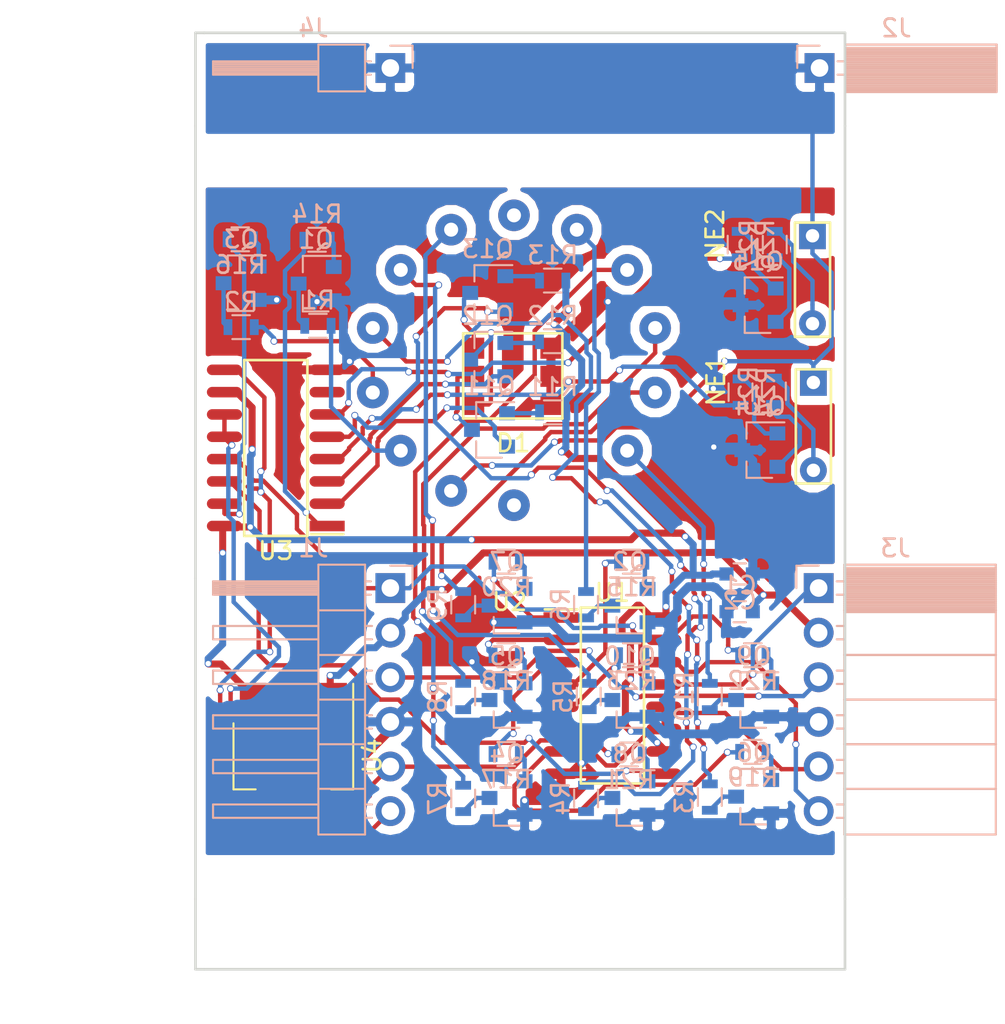
<source format=kicad_pcb>
(kicad_pcb (version 4) (host pcbnew 4.0.7)
  (layers (0 F.Cu signal) (31 B.Cu signal) (34 B.Paste user) (35 F.Paste user) (36 B.SilkS user) (37 F.SilkS user) (38 B.Mask user) (39 F.Mask user) (44 Edge.Cuts user))
  (net 0 "")
  (net 1 GND)
  (net 2 +9V)
  (net 3 +5V)
  (net 4 "Net-(D1-Pad4)")
  (net 5 "Net-(D1-Pad2)")
  (net 6 "Net-(D1-Pad3)")
  (net 7 /MOSI)
  (net 8 /SCK)
  (net 9 /PWREN)
  (net 10 "Net-(J2-Pad1)")
  (net 11 /MOSI-OUT)
  (net 12 "Net-(Q1-Pad1)")
  (net 13 /n0)
  (net 14 "Net-(Q2-Pad1)")
  (net 15 /n5)
  (net 16 "Net-(Q3-Pad1)")
  (net 17 /n1)
  (net 18 "Net-(Q4-Pad1)")
  (net 19 /n6)
  (net 20 "Net-(Q5-Pad1)")
  (net 21 /n7)
  (net 22 "Net-(Q6-Pad1)")
  (net 23 /n2)
  (net 24 "Net-(Q7-Pad1)")
  (net 25 /n8)
  (net 26 "Net-(Q8-Pad1)")
  (net 27 /n3)
  (net 28 "Net-(Q9-Pad1)")
  (net 29 /n9)
  (net 30 "Net-(Q10-Pad1)")
  (net 31 /n4)
  (net 32 "Net-(Q11-Pad1)")
  (net 33 /Red)
  (net 34 "Net-(Q12-Pad1)")
  (net 35 /Green)
  (net 36 "Net-(Q13-Pad1)")
  (net 37 /Blue)
  (net 38 "Net-(Q14-Pad1)")
  (net 39 "Net-(Q14-Pad2)")
  (net 40 "Net-(R1-Pad1)")
  (net 41 "Net-(R2-Pad1)")
  (net 42 "Net-(R3-Pad1)")
  (net 43 "Net-(R4-Pad1)")
  (net 44 "Net-(R5-Pad1)")
  (net 45 "Net-(R6-Pad1)")
  (net 46 "Net-(R7-Pad1)")
  (net 47 "Net-(R8-Pad1)")
  (net 48 "Net-(R9-Pad1)")
  (net 49 "Net-(R10-Pad1)")
  (net 50 /s9)
  (net 51 /s4)
  (net 52 /s8)
  (net 53 /s3)
  (net 54 /s2)
  (net 55 /s7)
  (net 56 /s1)
  (net 57 /s6)
  (net 58 /s0)
  (net 59 /s5)
  (net 60 "Net-(U1-Pad9)")
  (net 61 "Net-(U3-Pad7)")
  (net 62 "Net-(NE1-Pad2)")
  (net 63 "Net-(NE2-Pad2)")
  (net 64 "Net-(Q15-Pad1)")
  (net 65 "Net-(Q15-Pad2)")
  (net 66 /DotU)
  (net 67 /DotD)
  (net 68 "Net-(U2-Padic)")
  (net 69 "Net-(U2-PadNC)")
  (net 70 "Net-(J1-Pad1)")
  (module Capacitors_SMD:C_0603 (layer B.Cu) (at 182.5 72.5)
    (fp_text reference C2 (at 0 1.5) (layer B.SilkS) (effects (justify mirror)))
    (fp_text value 10uF)
    (pad 2 smd rect (at 0.75 0) (size 0.8 0.75) (layers B.Cu B.Paste B.Mask) (net 1 GND))
    (pad 1 smd rect (at -0.75 0) (size 0.8 0.75) (layers B.Cu B.Paste B.Mask) (net 3 +5V))
  )
  (module TO_SOT_Packages_SMD:SOT-223-3Lead_TabPin2 (layer F.Cu) (at 157.075 82.85 270)
    (fp_text reference U4 (at 0 -4.5 270) (layer F.SilkS))
    (fp_text value ams1117-5.0)
    (pad 2 smd rect (at 3.15 0 270) (size 2 3.8) (layers F.Cu F.Paste F.Mask) (net 1 GND))
    (pad 2 smd rect (at -3.15 0 270) (size 2 1.5) (layers F.Cu F.Paste F.Mask) (net 1 GND))
    (pad 3 smd rect (at -3.15 2.3 270) (size 2 1.5) (layers F.Cu F.Paste F.Mask) (net 3 +5V))
    (pad 1 smd rect (at -3.15 -2.3 270) (size 2 1.5) (layers F.Cu F.Paste F.Mask) (net 2 +9V))
  )
  (module Socket_Strips:Socket_Strip_Angled_1x06_Pitch2.54mm (layer B.Cu) (at 187 73.3 180)
    (fp_text reference J3 (at -4.38 2.27 180) (layer B.SilkS) (effects (justify mirror)))
    (fp_text value Conn_01x06_Female)
    (pad 1 thru_hole rect (at 0 0 180) (size 1.7 1.7) (drill 1) (layers *.Cu *.Mask) (net 70 "Net-(J1-Pad1)"))
    (pad 2 thru_hole oval (at 0 -2.54 180) (size 1.7 1.7) (drill 1) (layers *.Cu *.Mask) (net 2 +9V))
    (pad 3 thru_hole oval (at 0 -5.08 180) (size 1.7 1.7) (drill 1) (layers *.Cu *.Mask) (net 9 /PWREN))
    (pad 4 thru_hole oval (at 0 -7.62 180) (size 1.7 1.7) (drill 1) (layers *.Cu *.Mask) (net 1 GND))
    (pad 5 thru_hole oval (at 0 -10.16 180) (size 1.7 1.7) (drill 1) (layers *.Cu *.Mask) (net 8 /SCK))
    (pad 6 thru_hole oval (at 0 -12.7 180) (size 1.7 1.7) (drill 1) (layers *.Cu *.Mask) (net 7 /MOSI))
  )
  (module Pin_Headers:Pin_Header_Angled_1x06_Pitch2.54mm (layer B.Cu) (at 162.6 73.3 180)
    (fp_text reference J1 (at 4.385 2.27 180) (layer B.SilkS) (effects (justify mirror)))
    (fp_text value Conn_01x06_Male)
    (pad 1 thru_hole rect (at 0 0 180) (size 1.7 1.7) (drill 1) (layers *.Cu *.Mask) (net 70 "Net-(J1-Pad1)"))
    (pad 2 thru_hole oval (at 0 -2.54 180) (size 1.7 1.7) (drill 1) (layers *.Cu *.Mask) (net 2 +9V))
    (pad 3 thru_hole oval (at 0 -5.08 180) (size 1.7 1.7) (drill 1) (layers *.Cu *.Mask) (net 9 /PWREN))
    (pad 4 thru_hole oval (at 0 -7.62 180) (size 1.7 1.7) (drill 1) (layers *.Cu *.Mask) (net 1 GND))
    (pad 5 thru_hole oval (at 0 -10.16 180) (size 1.7 1.7) (drill 1) (layers *.Cu *.Mask) (net 8 /SCK))
    (pad 6 thru_hole oval (at 0 -12.7 180) (size 1.7 1.7) (drill 1) (layers *.Cu *.Mask) (net 11 /MOSI-OUT))
  )
  (module Resistors_SMD:R_0603 (layer B.Cu) (at 184.5 53.75 270)
    (fp_text reference R27 (at 0 1.45 270) (layer B.SilkS) (effects (justify mirror)))
    (fp_text value R)
    (pad 1 smd rect (at -0.75 0 270) (size 0.5 0.9) (layers B.Cu B.Paste B.Mask) (net 63 "Net-(NE2-Pad2)"))
    (pad 2 smd rect (at 0.75 0 270) (size 0.5 0.9) (layers B.Cu B.Paste B.Mask) (net 65 "Net-(Q15-Pad2)"))
  )
  (module Resistors_SMD:R_0603 (layer B.Cu) (at 182.5 53.75 90)
    (fp_text reference R26 (at 0 1.45 90) (layer B.SilkS) (effects (justify mirror)))
    (fp_text value R)
    (pad 1 smd rect (at -0.75 0 90) (size 0.5 0.9) (layers B.Cu B.Paste B.Mask) (net 67 /DotD))
    (pad 2 smd rect (at 0.75 0 90) (size 0.5 0.9) (layers B.Cu B.Paste B.Mask) (net 64 "Net-(Q15-Pad1)"))
  )
  (module TO_SOT_Packages_SMD:SOT-23 (layer B.Cu) (at 183.55 57.2 180)
    (fp_text reference Q15 (at 0 2.5 180) (layer B.SilkS) (effects (justify mirror)))
    (fp_text value MMBTA42LT1)
    (pad 1 smd rect (at -1 0.95 180) (size 0.9 0.8) (layers B.Cu B.Paste B.Mask) (net 64 "Net-(Q15-Pad1)"))
    (pad 2 smd rect (at -1 -0.95 180) (size 0.9 0.8) (layers B.Cu B.Paste B.Mask) (net 65 "Net-(Q15-Pad2)"))
    (pad 3 smd rect (at 1 0 180) (size 0.9 0.8) (layers B.Cu B.Paste B.Mask) (net 1 GND))
  )
  (module nixie-tube-fp:neon-tube (layer F.Cu) (at 186.65 53.25 270)
    (fp_text reference NE2 (at -0.1 5.55 270) (layer F.SilkS))
    (fp_text value Lamp_Neon_Down)
    (pad 1 thru_hole rect (at 0 0 270) (size 1.524 1.524) (drill 0.762) (layers *.Cu *.Mask) (net 10 "Net-(J2-Pad1)"))
    (pad 2 thru_hole circle (at 5 0 270) (size 1.524 1.524) (drill 0.762) (layers *.Cu *.Mask) (net 63 "Net-(NE2-Pad2)"))
  )
  (module nixie-tube-fp:neon-tube (layer F.Cu) (at 186.7 61.6 270)
    (fp_text reference NE1 (at -0.1 5.55 270) (layer F.SilkS))
    (fp_text value Lamp_Neon_Up)
    (pad 1 thru_hole rect (at 0 0 270) (size 1.524 1.524) (drill 0.762) (layers *.Cu *.Mask) (net 10 "Net-(J2-Pad1)"))
    (pad 2 thru_hole circle (at 5 0 270) (size 1.524 1.524) (drill 0.762) (layers *.Cu *.Mask) (net 62 "Net-(NE1-Pad2)"))
  )
  (module kilibs:SO16 (layer F.Cu) (at 156.075 65.325 180)
    (fp_text reference U3 (at 0 -5.86 180) (layer F.SilkS))
    (fp_text value 74HC595D hide)
    (pad 1 smd rect (at -2.925 -4.445 180) (size 2 0.6) (layers F.Cu F.Paste F.Mask) (net 50 /s9))
    (pad 2 smd oval (at -2.925 -3.175 180) (size 2 0.6) (layers F.Cu F.Paste F.Mask) (net 33 /Red))
    (pad 3 smd oval (at -2.925 -1.905 180) (size 2 0.6) (layers F.Cu F.Paste F.Mask) (net 35 /Green))
    (pad 4 smd oval (at -2.925 -0.635 180) (size 2 0.6) (layers F.Cu F.Paste F.Mask) (net 37 /Blue))
    (pad 5 smd oval (at -2.925 0.635 180) (size 2 0.6) (layers F.Cu F.Paste F.Mask) (net 66 /DotU))
    (pad 6 smd oval (at -2.925 1.905 180) (size 2 0.6) (layers F.Cu F.Paste F.Mask) (net 67 /DotD))
    (pad 7 smd oval (at -2.925 3.175 180) (size 2 0.6) (layers F.Cu F.Paste F.Mask) (net 61 "Net-(U3-Pad7)"))
    (pad 10 smd oval (at 2.925 3.175 180) (size 2 0.6) (layers F.Cu F.Paste F.Mask) (net 3 +5V))
    (pad 11 smd oval (at 2.925 1.905 180) (size 2 0.6) (layers F.Cu F.Paste F.Mask) (net 8 /SCK))
    (pad 12 smd oval (at 2.925 0.635 180) (size 2 0.6) (layers F.Cu F.Paste F.Mask) (net 8 /SCK))
    (pad 13 smd oval (at 2.925 -0.635 180) (size 2 0.6) (layers F.Cu F.Paste F.Mask) (net 70 "Net-(J1-Pad1)"))
    (pad 14 smd oval (at 2.925 -1.905 180) (size 2 0.6) (layers F.Cu F.Paste F.Mask) (net 60 "Net-(U1-Pad9)"))
    (pad 15 smd oval (at 2.925 -3.175 180) (size 2 0.6) (layers F.Cu F.Paste F.Mask) (net 52 /s8))
    (pad 16 smd oval (at 2.925 -4.445 180) (size 2 0.6) (layers F.Cu F.Paste F.Mask) (net 3 +5V))
    (pad 8 smd oval (at -2.925 4.445 180) (size 2 0.6) (layers F.Cu F.Paste F.Mask) (net 1 GND))
    (pad 9 smd oval (at 2.925 4.445 180) (size 2 0.6) (layers F.Cu F.Paste F.Mask) (net 11 /MOSI-OUT))
  )
  (module kilibs:SO16 (layer F.Cu) (at 175.25 79.425)
    (fp_text reference U1 (at 0 -5.86) (layer F.SilkS))
    (fp_text value 74HC595D hide)
    (pad 1 smd rect (at -2.925 -4.445) (size 2 0.6) (layers F.Cu F.Paste F.Mask) (net 56 /s1))
    (pad 2 smd oval (at -2.925 -3.175) (size 2 0.6) (layers F.Cu F.Paste F.Mask) (net 54 /s2))
    (pad 3 smd oval (at -2.925 -1.905) (size 2 0.6) (layers F.Cu F.Paste F.Mask) (net 53 /s3))
    (pad 4 smd oval (at -2.925 -0.635) (size 2 0.6) (layers F.Cu F.Paste F.Mask) (net 51 /s4))
    (pad 5 smd oval (at -2.925 0.635) (size 2 0.6) (layers F.Cu F.Paste F.Mask) (net 59 /s5))
    (pad 6 smd oval (at -2.925 1.905) (size 2 0.6) (layers F.Cu F.Paste F.Mask) (net 57 /s6))
    (pad 7 smd oval (at -2.925 3.175) (size 2 0.6) (layers F.Cu F.Paste F.Mask) (net 55 /s7))
    (pad 10 smd oval (at 2.925 3.175) (size 2 0.6) (layers F.Cu F.Paste F.Mask) (net 3 +5V))
    (pad 11 smd oval (at 2.925 1.905) (size 2 0.6) (layers F.Cu F.Paste F.Mask) (net 8 /SCK))
    (pad 12 smd oval (at 2.925 0.635) (size 2 0.6) (layers F.Cu F.Paste F.Mask) (net 8 /SCK))
    (pad 13 smd oval (at 2.925 -0.635) (size 2 0.6) (layers F.Cu F.Paste F.Mask) (net 70 "Net-(J1-Pad1)"))
    (pad 14 smd oval (at 2.925 -1.905) (size 2 0.6) (layers F.Cu F.Paste F.Mask) (net 7 /MOSI))
    (pad 15 smd oval (at 2.925 -3.175) (size 2 0.6) (layers F.Cu F.Paste F.Mask) (net 58 /s0))
    (pad 16 smd oval (at 2.925 -4.445) (size 2 0.6) (layers F.Cu F.Paste F.Mask) (net 3 +5V))
    (pad 8 smd oval (at -2.925 4.445) (size 2 0.6) (layers F.Cu F.Paste F.Mask) (net 1 GND))
    (pad 9 smd oval (at 2.925 4.445) (size 2 0.6) (layers F.Cu F.Paste F.Mask) (net 60 "Net-(U1-Pad9)"))
  )
  (module Resistors_SMD:R_0603 (layer B.Cu) (at 184.45 62.1 270)
    (fp_text reference R25 (at 0 1.45 270) (layer B.SilkS) (effects (justify mirror)))
    (fp_text value R)
    (pad 1 smd rect (at -0.75 0 270) (size 0.5 0.9) (layers B.Cu B.Paste B.Mask) (net 62 "Net-(NE1-Pad2)"))
    (pad 2 smd rect (at 0.75 0 270) (size 0.5 0.9) (layers B.Cu B.Paste B.Mask) (net 39 "Net-(Q14-Pad2)"))
  )
  (module Resistors_SMD:R_0603 (layer B.Cu) (at 182.55 62.15 90)
    (fp_text reference R24 (at 0 1.45 90) (layer B.SilkS) (effects (justify mirror)))
    (fp_text value R)
    (pad 1 smd rect (at -0.75 0 90) (size 0.5 0.9) (layers B.Cu B.Paste B.Mask) (net 66 /DotU))
    (pad 2 smd rect (at 0.75 0 90) (size 0.5 0.9) (layers B.Cu B.Paste B.Mask) (net 38 "Net-(Q14-Pad1)"))
  )
  (module Resistors_SMD:R_0603 (layer B.Cu) (at 176.35 77.125)
    (fp_text reference R23 (at 0 1.45) (layer B.SilkS) (effects (justify mirror)))
    (fp_text value R)
    (pad 1 smd rect (at -0.75 0) (size 0.5 0.9) (layers B.Cu B.Paste B.Mask) (net 59 /s5))
    (pad 2 smd rect (at 0.75 0) (size 0.5 0.9) (layers B.Cu B.Paste B.Mask) (net 30 "Net-(Q10-Pad1)"))
  )
  (module Resistors_SMD:R_0603 (layer B.Cu) (at 183.25 77.125)
    (fp_text reference R22 (at 0 1.45) (layer B.SilkS) (effects (justify mirror)))
    (fp_text value R)
    (pad 1 smd rect (at -0.75 0) (size 0.5 0.9) (layers B.Cu B.Paste B.Mask) (net 58 /s0))
    (pad 2 smd rect (at 0.75 0) (size 0.5 0.9) (layers B.Cu B.Paste B.Mask) (net 28 "Net-(Q9-Pad1)"))
  )
  (module Resistors_SMD:R_0603 (layer B.Cu) (at 176.2 82.775)
    (fp_text reference R21 (at 0 1.45) (layer B.SilkS) (effects (justify mirror)))
    (fp_text value R)
    (pad 1 smd rect (at -0.75 0) (size 0.5 0.9) (layers B.Cu B.Paste B.Mask) (net 57 /s6))
    (pad 2 smd rect (at 0.75 0) (size 0.5 0.9) (layers B.Cu B.Paste B.Mask) (net 26 "Net-(Q8-Pad1)"))
  )
  (module Resistors_SMD:R_0603 (layer B.Cu) (at 169.2 71.8)
    (fp_text reference R20 (at 0 1.45) (layer B.SilkS) (effects (justify mirror)))
    (fp_text value R)
    (pad 1 smd rect (at -0.75 0) (size 0.5 0.9) (layers B.Cu B.Paste B.Mask) (net 56 /s1))
    (pad 2 smd rect (at 0.75 0) (size 0.5 0.9) (layers B.Cu B.Paste B.Mask) (net 24 "Net-(Q7-Pad1)"))
  )
  (module Resistors_SMD:R_0603 (layer B.Cu) (at 183.25 82.625)
    (fp_text reference R19 (at 0 1.45) (layer B.SilkS) (effects (justify mirror)))
    (fp_text value R)
    (pad 1 smd rect (at -0.75 0) (size 0.5 0.9) (layers B.Cu B.Paste B.Mask) (net 55 /s7))
    (pad 2 smd rect (at 0.75 0) (size 0.5 0.9) (layers B.Cu B.Paste B.Mask) (net 22 "Net-(Q6-Pad1)"))
  )
  (module Resistors_SMD:R_0603 (layer B.Cu) (at 169.2 77.125)
    (fp_text reference R18 (at 0 1.45) (layer B.SilkS) (effects (justify mirror)))
    (fp_text value R)
    (pad 1 smd rect (at -0.75 0) (size 0.5 0.9) (layers B.Cu B.Paste B.Mask) (net 54 /s2))
    (pad 2 smd rect (at 0.75 0) (size 0.5 0.9) (layers B.Cu B.Paste B.Mask) (net 20 "Net-(Q5-Pad1)"))
  )
  (module Resistors_SMD:R_0603 (layer B.Cu) (at 169.2 82.75)
    (fp_text reference R17 (at 0 1.45) (layer B.SilkS) (effects (justify mirror)))
    (fp_text value R)
    (pad 1 smd rect (at -0.75 0) (size 0.5 0.9) (layers B.Cu B.Paste B.Mask) (net 53 /s3))
    (pad 2 smd rect (at 0.75 0) (size 0.5 0.9) (layers B.Cu B.Paste B.Mask) (net 18 "Net-(Q4-Pad1)"))
  )
  (module Resistors_SMD:R_0603 (layer B.Cu) (at 154.05 53.45)
    (fp_text reference R16 (at 0 1.45) (layer B.SilkS) (effects (justify mirror)))
    (fp_text value R)
    (pad 1 smd rect (at -0.75 0) (size 0.5 0.9) (layers B.Cu B.Paste B.Mask) (net 52 /s8))
    (pad 2 smd rect (at 0.75 0) (size 0.5 0.9) (layers B.Cu B.Paste B.Mask) (net 16 "Net-(Q3-Pad1)"))
  )
  (module Resistors_SMD:R_0603 (layer B.Cu) (at 176.35 71.8)
    (fp_text reference R15 (at 0 1.45) (layer B.SilkS) (effects (justify mirror)))
    (fp_text value R)
    (pad 1 smd rect (at -0.75 0) (size 0.5 0.9) (layers B.Cu B.Paste B.Mask) (net 51 /s4))
    (pad 2 smd rect (at 0.75 0) (size 0.5 0.9) (layers B.Cu B.Paste B.Mask) (net 14 "Net-(Q2-Pad1)"))
  )
  (module Resistors_SMD:R_0603 (layer B.Cu) (at 158.425 53.475 180)
    (fp_text reference R14 (at 0 1.45 180) (layer B.SilkS) (effects (justify mirror)))
    (fp_text value 400)
    (pad 1 smd rect (at -0.75 0 180) (size 0.5 0.9) (layers B.Cu B.Paste B.Mask) (net 12 "Net-(Q1-Pad1)"))
    (pad 2 smd rect (at 0.75 0 180) (size 0.5 0.9) (layers B.Cu B.Paste B.Mask) (net 50 /s9))
  )
  (module Resistors_SMD:R_0603 (layer B.Cu) (at 171.85 55.8 180)
    (fp_text reference R13 (at 0 1.45 180) (layer B.SilkS) (effects (justify mirror)))
    (fp_text value 500)
    (pad 1 smd rect (at -0.75 0 180) (size 0.5 0.9) (layers B.Cu B.Paste B.Mask) (net 3 +5V))
    (pad 2 smd rect (at 0.75 0 180) (size 0.5 0.9) (layers B.Cu B.Paste B.Mask) (net 36 "Net-(Q13-Pad1)"))
  )
  (module Resistors_SMD:R_0603 (layer B.Cu) (at 171.85 59.25 180)
    (fp_text reference R12 (at 0 1.45 180) (layer B.SilkS) (effects (justify mirror)))
    (fp_text value 500)
    (pad 1 smd rect (at -0.75 0 180) (size 0.5 0.9) (layers B.Cu B.Paste B.Mask) (net 3 +5V))
    (pad 2 smd rect (at 0.75 0 180) (size 0.5 0.9) (layers B.Cu B.Paste B.Mask) (net 34 "Net-(Q12-Pad1)"))
  )
  (module Resistors_SMD:R_0603 (layer B.Cu) (at 171.85 63.3 180)
    (fp_text reference R11 (at 0 1.45 180) (layer B.SilkS) (effects (justify mirror)))
    (fp_text value 500)
    (pad 1 smd rect (at -0.75 0 180) (size 0.5 0.9) (layers B.Cu B.Paste B.Mask) (net 3 +5V))
    (pad 2 smd rect (at 0.75 0 180) (size 0.5 0.9) (layers B.Cu B.Paste B.Mask) (net 32 "Net-(Q11-Pad1)"))
  )
  (module Resistors_SMD:R_0603 (layer B.Cu) (at 180.8 79.475 270)
    (fp_text reference R10 (at 0 1.45 270) (layer B.SilkS) (effects (justify mirror)))
    (fp_text value 25K)
    (pad 1 smd rect (at -0.75 0 270) (size 0.5 0.9) (layers B.Cu B.Paste B.Mask) (net 49 "Net-(R10-Pad1)"))
    (pad 2 smd rect (at 0.75 0 270) (size 0.5 0.9) (layers B.Cu B.Paste B.Mask) (net 29 /n9))
  )
  (module Resistors_SMD:R_0603 (layer B.Cu) (at 166.75 74.25 270)
    (fp_text reference R9 (at 0 1.45 270) (layer B.SilkS) (effects (justify mirror)))
    (fp_text value 25K)
    (pad 1 smd rect (at -0.75 0 270) (size 0.5 0.9) (layers B.Cu B.Paste B.Mask) (net 48 "Net-(R9-Pad1)"))
    (pad 2 smd rect (at 0.75 0 270) (size 0.5 0.9) (layers B.Cu B.Paste B.Mask) (net 25 /n8))
  )
  (module Resistors_SMD:R_0603 (layer B.Cu) (at 166.75 79.475 270)
    (fp_text reference R8 (at 0 1.45 270) (layer B.SilkS) (effects (justify mirror)))
    (fp_text value 25K)
    (pad 1 smd rect (at -0.75 0 270) (size 0.5 0.9) (layers B.Cu B.Paste B.Mask) (net 47 "Net-(R8-Pad1)"))
    (pad 2 smd rect (at 0.75 0 270) (size 0.5 0.9) (layers B.Cu B.Paste B.Mask) (net 21 /n7))
  )
  (module Resistors_SMD:R_0603 (layer B.Cu) (at 166.75 85.275 270)
    (fp_text reference R7 (at 0 1.45 270) (layer B.SilkS) (effects (justify mirror)))
    (fp_text value 25K)
    (pad 1 smd rect (at -0.75 0 270) (size 0.5 0.9) (layers B.Cu B.Paste B.Mask) (net 46 "Net-(R7-Pad1)"))
    (pad 2 smd rect (at 0.75 0 270) (size 0.5 0.9) (layers B.Cu B.Paste B.Mask) (net 19 /n6))
  )
  (module Resistors_SMD:R_0603 (layer B.Cu) (at 173.75 74.25 270)
    (fp_text reference R6 (at 0 1.45 270) (layer B.SilkS) (effects (justify mirror)))
    (fp_text value 25K)
    (pad 1 smd rect (at -0.75 0 270) (size 0.5 0.9) (layers B.Cu B.Paste B.Mask) (net 45 "Net-(R6-Pad1)"))
    (pad 2 smd rect (at 0.75 0 270) (size 0.5 0.9) (layers B.Cu B.Paste B.Mask) (net 15 /n5))
  )
  (module Resistors_SMD:R_0603 (layer B.Cu) (at 173.9 79.475 270)
    (fp_text reference R5 (at 0 1.45 270) (layer B.SilkS) (effects (justify mirror)))
    (fp_text value 25K)
    (pad 1 smd rect (at -0.75 0 270) (size 0.5 0.9) (layers B.Cu B.Paste B.Mask) (net 44 "Net-(R5-Pad1)"))
    (pad 2 smd rect (at 0.75 0 270) (size 0.5 0.9) (layers B.Cu B.Paste B.Mask) (net 31 /n4))
  )
  (module Resistors_SMD:R_0603 (layer B.Cu) (at 173.75 85.275 270)
    (fp_text reference R4 (at 0 1.45 270) (layer B.SilkS) (effects (justify mirror)))
    (fp_text value 25K)
    (pad 1 smd rect (at -0.75 0 270) (size 0.5 0.9) (layers B.Cu B.Paste B.Mask) (net 43 "Net-(R4-Pad1)"))
    (pad 2 smd rect (at 0.75 0 270) (size 0.5 0.9) (layers B.Cu B.Paste B.Mask) (net 27 /n3))
  )
  (module Resistors_SMD:R_0603 (layer B.Cu) (at 180.8 85.2 270)
    (fp_text reference R3 (at 0 1.45 270) (layer B.SilkS) (effects (justify mirror)))
    (fp_text value 25K)
    (pad 1 smd rect (at -0.75 0 270) (size 0.5 0.9) (layers B.Cu B.Paste B.Mask) (net 42 "Net-(R3-Pad1)"))
    (pad 2 smd rect (at 0.75 0 270) (size 0.5 0.9) (layers B.Cu B.Paste B.Mask) (net 23 /n2))
  )
  (module Resistors_SMD:R_0603 (layer B.Cu) (at 154.1 58.45 180)
    (fp_text reference R2 (at 0 1.45 180) (layer B.SilkS) (effects (justify mirror)))
    (fp_text value 25K)
    (pad 1 smd rect (at -0.75 0 180) (size 0.5 0.9) (layers B.Cu B.Paste B.Mask) (net 41 "Net-(R2-Pad1)"))
    (pad 2 smd rect (at 0.75 0 180) (size 0.5 0.9) (layers B.Cu B.Paste B.Mask) (net 17 /n1))
  )
  (module Resistors_SMD:R_0603 (layer B.Cu) (at 158.475 58.375 180)
    (fp_text reference R1 (at 0 1.45 180) (layer B.SilkS) (effects (justify mirror)))
    (fp_text value 25K)
    (pad 1 smd rect (at -0.75 0 180) (size 0.5 0.9) (layers B.Cu B.Paste B.Mask) (net 40 "Net-(R1-Pad1)"))
    (pad 2 smd rect (at 0.75 0 180) (size 0.5 0.9) (layers B.Cu B.Paste B.Mask) (net 13 /n0))
  )
  (module TO_SOT_Packages_SMD:SOT-23 (layer B.Cu) (at 183.65 65.45 180)
    (fp_text reference Q14 (at 0 2.5 180) (layer B.SilkS) (effects (justify mirror)))
    (fp_text value MMBTA42LT1)
    (pad 1 smd rect (at -1 0.95 180) (size 0.9 0.8) (layers B.Cu B.Paste B.Mask) (net 38 "Net-(Q14-Pad1)"))
    (pad 2 smd rect (at -1 -0.95 180) (size 0.9 0.8) (layers B.Cu B.Paste B.Mask) (net 39 "Net-(Q14-Pad2)"))
    (pad 3 smd rect (at 1 0 180) (size 0.9 0.8) (layers B.Cu B.Paste B.Mask) (net 1 GND))
  )
  (module TO_SOT_Packages_SMD:SOT-23 (layer B.Cu) (at 168.15 56.5 180)
    (fp_text reference Q13 (at 0 2.5 180) (layer B.SilkS) (effects (justify mirror)))
    (fp_text value AO3400)
    (pad 1 smd rect (at -1 0.95 180) (size 0.9 0.8) (layers B.Cu B.Paste B.Mask) (net 36 "Net-(Q13-Pad1)"))
    (pad 2 smd rect (at -1 -0.95 180) (size 0.9 0.8) (layers B.Cu B.Paste B.Mask) (net 37 /Blue))
    (pad 3 smd rect (at 1 0 180) (size 0.9 0.8) (layers B.Cu B.Paste B.Mask) (net 4 "Net-(D1-Pad4)"))
  )
  (module TO_SOT_Packages_SMD:SOT-23 (layer B.Cu) (at 168.15 60.3 180)
    (fp_text reference Q12 (at 0 2.5 180) (layer B.SilkS) (effects (justify mirror)))
    (fp_text value AO3400)
    (pad 1 smd rect (at -1 0.95 180) (size 0.9 0.8) (layers B.Cu B.Paste B.Mask) (net 34 "Net-(Q12-Pad1)"))
    (pad 2 smd rect (at -1 -0.95 180) (size 0.9 0.8) (layers B.Cu B.Paste B.Mask) (net 35 /Green))
    (pad 3 smd rect (at 1 0 180) (size 0.9 0.8) (layers B.Cu B.Paste B.Mask) (net 6 "Net-(D1-Pad3)"))
  )
  (module TO_SOT_Packages_SMD:SOT-23 (layer B.Cu) (at 168.25 64.3 180)
    (fp_text reference Q11 (at 0 2.5 180) (layer B.SilkS) (effects (justify mirror)))
    (fp_text value AO3400)
    (pad 1 smd rect (at -1 0.95 180) (size 0.9 0.8) (layers B.Cu B.Paste B.Mask) (net 32 "Net-(Q11-Pad1)"))
    (pad 2 smd rect (at -1 -0.95 180) (size 0.9 0.8) (layers B.Cu B.Paste B.Mask) (net 33 /Red))
    (pad 3 smd rect (at 1 0 180) (size 0.9 0.8) (layers B.Cu B.Paste B.Mask) (net 5 "Net-(D1-Pad2)"))
  )
  (module TO_SOT_Packages_SMD:SOT-23 (layer B.Cu) (at 176.25 79.675 180)
    (fp_text reference Q10 (at 0 2.5 180) (layer B.SilkS) (effects (justify mirror)))
    (fp_text value MMBTA42LT1)
    (pad 1 smd rect (at -1 0.95 180) (size 0.9 0.8) (layers B.Cu B.Paste B.Mask) (net 30 "Net-(Q10-Pad1)"))
    (pad 2 smd rect (at -1 -0.95 180) (size 0.9 0.8) (layers B.Cu B.Paste B.Mask) (net 1 GND))
    (pad 3 smd rect (at 1 0 180) (size 0.9 0.8) (layers B.Cu B.Paste B.Mask) (net 31 /n4))
  )
  (module TO_SOT_Packages_SMD:SOT-23 (layer B.Cu) (at 183.3 79.675 180)
    (fp_text reference Q9 (at 0 2.5 180) (layer B.SilkS) (effects (justify mirror)))
    (fp_text value MMBTA42LT1)
    (pad 1 smd rect (at -1 0.95 180) (size 0.9 0.8) (layers B.Cu B.Paste B.Mask) (net 28 "Net-(Q9-Pad1)"))
    (pad 2 smd rect (at -1 -0.95 180) (size 0.9 0.8) (layers B.Cu B.Paste B.Mask) (net 1 GND))
    (pad 3 smd rect (at 1 0 180) (size 0.9 0.8) (layers B.Cu B.Paste B.Mask) (net 29 /n9))
  )
  (module TO_SOT_Packages_SMD:SOT-23 (layer B.Cu) (at 176.25 85.25 180)
    (fp_text reference Q8 (at 0 2.5 180) (layer B.SilkS) (effects (justify mirror)))
    (fp_text value MMBTA42LT1)
    (pad 1 smd rect (at -1 0.95 180) (size 0.9 0.8) (layers B.Cu B.Paste B.Mask) (net 26 "Net-(Q8-Pad1)"))
    (pad 2 smd rect (at -1 -0.95 180) (size 0.9 0.8) (layers B.Cu B.Paste B.Mask) (net 1 GND))
    (pad 3 smd rect (at 1 0 180) (size 0.9 0.8) (layers B.Cu B.Paste B.Mask) (net 27 /n3))
  )
  (module TO_SOT_Packages_SMD:SOT-23 (layer B.Cu) (at 169.25 74.3 180)
    (fp_text reference Q7 (at 0 2.5 180) (layer B.SilkS) (effects (justify mirror)))
    (fp_text value MMBTA42LT1)
    (pad 1 smd rect (at -1 0.95 180) (size 0.9 0.8) (layers B.Cu B.Paste B.Mask) (net 24 "Net-(Q7-Pad1)"))
    (pad 2 smd rect (at -1 -0.95 180) (size 0.9 0.8) (layers B.Cu B.Paste B.Mask) (net 1 GND))
    (pad 3 smd rect (at 1 0 180) (size 0.9 0.8) (layers B.Cu B.Paste B.Mask) (net 25 /n8))
  )
  (module TO_SOT_Packages_SMD:SOT-23 (layer B.Cu) (at 183.3 85.175 180)
    (fp_text reference Q6 (at 0 2.5 180) (layer B.SilkS) (effects (justify mirror)))
    (fp_text value MMBTA42LT1)
    (pad 1 smd rect (at -1 0.95 180) (size 0.9 0.8) (layers B.Cu B.Paste B.Mask) (net 22 "Net-(Q6-Pad1)"))
    (pad 2 smd rect (at -1 -0.95 180) (size 0.9 0.8) (layers B.Cu B.Paste B.Mask) (net 1 GND))
    (pad 3 smd rect (at 1 0 180) (size 0.9 0.8) (layers B.Cu B.Paste B.Mask) (net 23 /n2))
  )
  (module TO_SOT_Packages_SMD:SOT-23 (layer B.Cu) (at 169.25 79.675 180)
    (fp_text reference Q5 (at 0 2.5 180) (layer B.SilkS) (effects (justify mirror)))
    (fp_text value MMBTA42LT1)
    (pad 1 smd rect (at -1 0.95 180) (size 0.9 0.8) (layers B.Cu B.Paste B.Mask) (net 20 "Net-(Q5-Pad1)"))
    (pad 2 smd rect (at -1 -0.95 180) (size 0.9 0.8) (layers B.Cu B.Paste B.Mask) (net 1 GND))
    (pad 3 smd rect (at 1 0 180) (size 0.9 0.8) (layers B.Cu B.Paste B.Mask) (net 21 /n7))
  )
  (module TO_SOT_Packages_SMD:SOT-23 (layer B.Cu) (at 169.25 85.25 180)
    (fp_text reference Q4 (at 0 2.5 180) (layer B.SilkS) (effects (justify mirror)))
    (fp_text value MMBTA42LT1)
    (pad 1 smd rect (at -1 0.95 180) (size 0.9 0.8) (layers B.Cu B.Paste B.Mask) (net 18 "Net-(Q4-Pad1)"))
    (pad 2 smd rect (at -1 -0.95 180) (size 0.9 0.8) (layers B.Cu B.Paste B.Mask) (net 1 GND))
    (pad 3 smd rect (at 1 0 180) (size 0.9 0.8) (layers B.Cu B.Paste B.Mask) (net 19 /n6))
  )
  (module TO_SOT_Packages_SMD:SOT-23 (layer B.Cu) (at 176.25 74.3 180)
    (fp_text reference Q2 (at 0 2.5 180) (layer B.SilkS) (effects (justify mirror)))
    (fp_text value MMBTA42LT1)
    (pad 1 smd rect (at -1 0.95 180) (size 0.9 0.8) (layers B.Cu B.Paste B.Mask) (net 14 "Net-(Q2-Pad1)"))
    (pad 2 smd rect (at -1 -0.95 180) (size 0.9 0.8) (layers B.Cu B.Paste B.Mask) (net 1 GND))
    (pad 3 smd rect (at 1 0 180) (size 0.9 0.8) (layers B.Cu B.Paste B.Mask) (net 15 /n5))
  )
  (module TO_SOT_Packages_SMD:SOT-23 (layer B.Cu) (at 158.375 55.975 180)
    (fp_text reference Q1 (at 0 2.5 180) (layer B.SilkS) (effects (justify mirror)))
    (fp_text value MMBTA42LT1)
    (pad 1 smd rect (at -1 0.95 180) (size 0.9 0.8) (layers B.Cu B.Paste B.Mask) (net 12 "Net-(Q1-Pad1)"))
    (pad 2 smd rect (at -1 -0.95 180) (size 0.9 0.8) (layers B.Cu B.Paste B.Mask) (net 1 GND))
    (pad 3 smd rect (at 1 0 180) (size 0.9 0.8) (layers B.Cu B.Paste B.Mask) (net 13 /n0))
  )
  (module Pin_Headers:Pin_Header_Angled_1x01_Pitch2.54mm (layer B.Cu) (at 162.6 43.7 180)
    (fp_text reference J4 (at 4.385 2.27 180) (layer B.SilkS) (effects (justify mirror)))
    (fp_text value Conn_01x01_Male)
    (pad 1 thru_hole rect (at 0 0 180) (size 1.7 1.7) (drill 1) (layers *.Cu *.Mask) (net 10 "Net-(J2-Pad1)"))
  )
  (module Socket_Strips:Socket_Strip_Angled_1x01_Pitch2.54mm (layer B.Cu) (at 187.05 43.7 180)
    (fp_text reference J2 (at -4.38 2.27 180) (layer B.SilkS) (effects (justify mirror)))
    (fp_text value Conn_01x01_Female)
    (pad 1 thru_hole rect (at 0 0 180) (size 1.7 1.7) (drill 1) (layers *.Cu *.Mask) (net 10 "Net-(J2-Pad1)"))
  )
  (module nixie-tube-fp:Rgb-Led (layer F.Cu) (at 169.65 61.2)
    (fp_text reference D1 (at -0.05 3.85) (layer F.SilkS))
    (fp_text value LED_CRGB)
    (pad 1 smd rect (at 2.1 -1.55) (size 1.2 1.2) (layers F.Cu F.Paste F.Mask) (net 1 GND))
    (pad 1 smd rect (at 2.1 0.05) (size 1.2 1.2) (layers F.Cu F.Paste F.Mask) (net 1 GND))
    (pad 4 smd rect (at -2.3 -1.55) (size 1.2 1.2) (layers F.Cu F.Paste F.Mask) (net 4 "Net-(D1-Pad4)"))
    (pad 2 smd rect (at -2.3 0.05) (size 1.2 1.2) (layers F.Cu F.Paste F.Mask) (net 5 "Net-(D1-Pad2)"))
    (pad 3 smd rect (at -2.3 1.65) (size 1.2 1.2) (layers F.Cu F.Paste F.Mask) (net 6 "Net-(D1-Pad3)"))
    (pad 1 smd rect (at 2.1 1.65) (size 1.2 1.2) (layers F.Cu F.Paste F.Mask) (net 1 GND))
  )
  (module Capacitors_SMD:C_0603 (layer B.Cu) (at 182.5 74.65 180)
    (fp_text reference C1 (at 0 1.5 180) (layer B.SilkS) (effects (justify mirror)))
    (fp_text value 22nF)
    (pad 2 smd rect (at 0.75 0 180) (size 0.8 0.75) (layers B.Cu B.Paste B.Mask) (net 1 GND))
    (pad 1 smd rect (at -0.75 0 180) (size 0.8 0.75) (layers B.Cu B.Paste B.Mask) (net 2 +9V))
  )
  (module TO_SOT_Packages_SMD:SOT-23 (layer B.Cu) (at 154.1 55.95 180)
    (fp_text reference Q3 (at 0 2.5 180) (layer B.SilkS) (effects (justify mirror)))
    (fp_text value MMBTA42LT1)
    (pad 1 smd rect (at -1 0.95 180) (size 0.9 0.8) (layers B.Cu B.Paste B.Mask) (net 16 "Net-(Q3-Pad1)"))
    (pad 2 smd rect (at -1 -0.95 180) (size 0.9 0.8) (layers B.Cu B.Paste B.Mask) (net 1 GND))
    (pad 3 smd rect (at 1 0 180) (size 0.9 0.8) (layers B.Cu B.Paste B.Mask) (net 17 /n1))
  )
  (module nixie-tube-fp:qs30-1 (layer F.Cu) (at 169.643155 60.335798)
    (fp_text reference U2 (at -0.25 13.75) (layer F.SilkS))
    (fp_text value nixie-tube)
    (pad ic thru_hole circle (at 0 -8.25 77.1429) (size 1.8 1.8) (drill 0.8) (layers *.Cu *.Mask) (net 68 "Net-(U2-Padic)"))
    (pad 6 thru_hole circle (at -3.579541 -7.432993 77.1429) (size 1.8 1.8) (drill 0.8) (layers *.Cu *.Mask) (net 44 "Net-(R5-Pad1)"))
    (pad 7 thru_hole circle (at -6.45011 -5.143791 77.1429) (size 1.8 1.8) (drill 0.8) (layers *.Cu *.Mask) (net 43 "Net-(R4-Pad1)"))
    (pad 8 thru_hole circle (at -8.043155 -1.835798 77.1429) (size 1.8 1.8) (drill 0.8) (layers *.Cu *.Mask) (net 42 "Net-(R3-Pad1)"))
    (pad 9 thru_hole circle (at -8.043155 1.835798 77.1429) (size 1.8 1.8) (drill 0.8) (layers *.Cu *.Mask) (net 41 "Net-(R2-Pad1)"))
    (pad 0 thru_hole circle (at -6.45011 5.143791 77.1429) (size 1.8 1.8) (drill 0.8) (layers *.Cu *.Mask) (net 40 "Net-(R1-Pad1)"))
    (pad A thru_hole circle (at -3.579541 7.432993 77.1429) (size 1.8 1.8) (drill 0.8) (layers *.Cu *.Mask) (net 10 "Net-(J2-Pad1)"))
    (pad NC thru_hole circle (at 0 8.25 77.1429) (size 1.8 1.8) (drill 0.8) (layers *.Cu *.Mask) (net 69 "Net-(U2-PadNC)"))
    (pad 1 thru_hole circle (at 6.45011 5.143791 77.1429) (size 1.8 1.8) (drill 0.8) (layers *.Cu *.Mask) (net 49 "Net-(R10-Pad1)"))
    (pad 2 thru_hole circle (at 8.043155 1.835798 77.1429) (size 1.8 1.8) (drill 0.8) (layers *.Cu *.Mask) (net 48 "Net-(R9-Pad1)"))
    (pad 3 thru_hole circle (at 8.043155 -1.835798 77.1429) (size 1.8 1.8) (drill 0.8) (layers *.Cu *.Mask) (net 47 "Net-(R8-Pad1)"))
    (pad 4 thru_hole circle (at 6.45011 -5.143791 77.1429) (size 1.8 1.8) (drill 0.8) (layers *.Cu *.Mask) (net 46 "Net-(R7-Pad1)"))
    (pad 5 thru_hole circle (at 3.579541 -7.432993 77.1429) (size 1.8 1.8) (drill 0.8) (layers *.Cu *.Mask) (net 45 "Net-(R6-Pad1)"))
  )
  (gr_line (start 188.5 41.7) (end 188.5 47) (layer Edge.Cuts) (width 0.15))
  (gr_line (start 151.5 47) (end 151.5 41.7) (layer Edge.Cuts) (width 0.15))
  (gr_line (start 188.5 95) (end 188.5 91) (layer Edge.Cuts) (width 0.15))
  (gr_line (start 151.5 91) (end 151.5 95) (layer Edge.Cuts) (width 0.15))
  (gr_line (start 151.5 41.7) (end 152 41.7) (layer Edge.Cuts) (width 0.15))
  (gr_line (start 151.5 72.75) (end 151.5 47) (layer Edge.Cuts) (width 0.15))
  (gr_line (start 151.5 95) (end 152 95) (layer Edge.Cuts) (width 0.15))
  (gr_line (start 151.5 72.75) (end 151.5 91) (layer Edge.Cuts) (width 0.15))
  (gr_line (start 188.5 47) (end 188.5 91) (layer Edge.Cuts) (width 0.15))
  (gr_line (start 152 41.7) (end 188.5 41.7) (layer Edge.Cuts) (width 0.15))
  (gr_line (start 152 95) (end 188.5 95) (layer Edge.Cuts) (width 0.15))
  (segment (start 174.717158 57) (end 175 57) (width 0.5) (layer F.Cu) (net 1))
  (segment (start 174.4 57) (end 174.717158 57) (width 0.5) (layer F.Cu) (net 1))
  (segment (start 171.75 59.65) (end 174.4 57) (width 0.5) (layer F.Cu) (net 1))
  (segment (start 175 57) (end 182.35 57) (width 0.5) (layer B.Cu) (net 1))
  (segment (start 182.35 57) (end 182.55 57.2) (width 0.5) (layer B.Cu) (net 1))
  (via (at 175 57) (size 0.4) (drill 0.3) (layers F.Cu B.Cu) (net 1))
  (segment (start 171.75 61.25) (end 171.75 62.85) (width 0.5) (layer F.Cu) (net 1))
  (segment (start 171.75 59.65) (end 171.75 61.25) (width 0.5) (layer F.Cu) (net 1))
  (segment (start 158.425 57) (end 159.3 57) (width 0.5) (layer B.Cu) (net 1))
  (segment (start 159.3 57) (end 159.375 56.925) (width 0.5) (layer B.Cu) (net 1))
  (segment (start 156.507842 57) (end 158.425 57) (width 0.5) (layer F.Cu) (net 1))
  (via (at 158.425 57) (size 0.4) (drill 0.3) (layers F.Cu B.Cu) (net 1))
  (segment (start 156.125 56.9) (end 156.407842 56.9) (width 0.5) (layer F.Cu) (net 1))
  (segment (start 156.407842 56.9) (end 156.507842 57) (width 0.5) (layer F.Cu) (net 1))
  (via (at 156.125 56.9) (size 0.4) (drill 0.3) (layers F.Cu B.Cu) (net 1))
  (segment (start 155.1 56.9) (end 156.125 56.9) (width 0.5) (layer B.Cu) (net 1))
  (segment (start 181.025 65.275) (end 182.475 65.275) (width 0.5) (layer B.Cu) (net 1))
  (segment (start 182.475 65.275) (end 182.65 65.45) (width 0.5) (layer B.Cu) (net 1))
  (segment (start 181.025 62.257842) (end 181.025 65.275) (width 0.5) (layer F.Cu) (net 1))
  (via (at 181.025 65.275) (size 0.4) (drill 0.3) (layers F.Cu B.Cu) (net 1))
  (segment (start 181 61.95) (end 181 62.232842) (width 0.5) (layer F.Cu) (net 1))
  (segment (start 181 62.232842) (end 181.025 62.257842) (width 0.5) (layer F.Cu) (net 1))
  (segment (start 181 59.65) (end 181 61.95) (width 0.5) (layer B.Cu) (net 1))
  (via (at 181 61.95) (size 0.4) (drill 0.3) (layers F.Cu B.Cu) (net 1))
  (segment (start 182.55 57.2) (end 182.55 58.1) (width 0.5) (layer B.Cu) (net 1))
  (segment (start 182.55 58.1) (end 181 59.65) (width 0.5) (layer B.Cu) (net 1))
  (segment (start 160.275 60.4) (end 160.275 60.117158) (width 0.5) (layer B.Cu) (net 1))
  (segment (start 160.275 60.117158) (end 159.925001 59.767159) (width 0.5) (layer B.Cu) (net 1))
  (segment (start 159.925001 59.767159) (end 159.925001 57.475001) (width 0.5) (layer B.Cu) (net 1))
  (segment (start 159.925001 57.475001) (end 159.375 56.925) (width 0.5) (layer B.Cu) (net 1))
  (segment (start 159.82 60.88) (end 160.275 60.425) (width 0.5) (layer F.Cu) (net 1))
  (segment (start 160.275 60.425) (end 160.275 60.4) (width 0.5) (layer F.Cu) (net 1))
  (via (at 160.275 60.4) (size 0.4) (drill 0.3) (layers F.Cu B.Cu) (net 1))
  (segment (start 159 60.88) (end 159.82 60.88) (width 0.5) (layer F.Cu) (net 1))
  (segment (start 183.25 72.5) (end 183.25 66.05) (width 0.5) (layer B.Cu) (net 1))
  (segment (start 183.25 66.05) (end 182.65 65.45) (width 0.5) (layer B.Cu) (net 1))
  (segment (start 178.2 75.25) (end 177.25 75.25) (width 0.5) (layer B.Cu) (net 1))
  (segment (start 178.32363 75.25) (end 178.2 75.25) (width 0.5) (layer B.Cu) (net 1))
  (segment (start 178.956575 73.855216) (end 178.956575 74.617055) (width 0.5) (layer B.Cu) (net 1))
  (segment (start 178.956575 74.617055) (end 178.32363 75.25) (width 0.5) (layer B.Cu) (net 1))
  (segment (start 181.036994 73.27499) (end 180.984258 73.222254) (width 0.5) (layer B.Cu) (net 1))
  (segment (start 181.138178 73.27499) (end 181.036994 73.27499) (width 0.5) (layer B.Cu) (net 1))
  (segment (start 181.75 73.886812) (end 181.138178 73.27499) (width 0.5) (layer B.Cu) (net 1))
  (segment (start 179.589537 73.222254) (end 178.956575 73.855216) (width 0.5) (layer B.Cu) (net 1))
  (segment (start 181.75 74.65) (end 181.75 73.886812) (width 0.5) (layer B.Cu) (net 1))
  (segment (start 180.984258 73.222254) (end 179.589537 73.222254) (width 0.5) (layer B.Cu) (net 1))
  (segment (start 173.5 83.25) (end 172.88 83.87) (width 0.5) (layer F.Cu) (net 1))
  (segment (start 172.88 83.87) (end 172.325 83.87) (width 0.5) (layer F.Cu) (net 1))
  (segment (start 174.5 82.25) (end 173.5 83.25) (width 0.5) (layer B.Cu) (net 1))
  (via (at 173.5 83.25) (size 0.4) (drill 0.3) (layers F.Cu B.Cu) (net 1))
  (segment (start 172.1 81.525) (end 174.5 81.525) (width 0.5) (layer B.Cu) (net 1))
  (segment (start 174.5 81.525) (end 175.262998 81.525) (width 0.5) (layer B.Cu) (net 1))
  (segment (start 174.5 81.525) (end 174.5 82.25) (width 0.5) (layer B.Cu) (net 1))
  (segment (start 167.25 77.5) (end 168.574999 78.824999) (width 0.5) (layer B.Cu) (net 1))
  (segment (start 169.060001 78.824999) (end 169.3 79.064998) (width 0.5) (layer B.Cu) (net 1))
  (segment (start 168.574999 78.824999) (end 169.060001 78.824999) (width 0.5) (layer B.Cu) (net 1))
  (segment (start 169.3 79.064998) (end 169.3 79.725) (width 0.5) (layer B.Cu) (net 1))
  (segment (start 169.3 79.725) (end 170.2 80.625) (width 0.5) (layer B.Cu) (net 1))
  (segment (start 170.2 80.625) (end 170.25 80.625) (width 0.5) (layer B.Cu) (net 1))
  (via (at 167.25 77.5) (size 0.4) (drill 0.3) (layers F.Cu B.Cu) (net 1))
  (segment (start 167.25 76.5) (end 167.25 77.5) (width 0.5) (layer F.Cu) (net 1))
  (segment (start 168.5 75.25) (end 167.25 76.5) (width 0.5) (layer F.Cu) (net 1))
  (segment (start 169.3 75.25) (end 168.5 75.25) (width 0.5) (layer B.Cu) (net 1))
  (via (at 168.5 75.25) (size 0.4) (drill 0.3) (layers F.Cu B.Cu) (net 1))
  (segment (start 170.25 75.25) (end 169.3 75.25) (width 0.5) (layer B.Cu) (net 1))
  (segment (start 177.3 80.625) (end 178.27753 81.60253) (width 0.5) (layer B.Cu) (net 1))
  (segment (start 183.35 80.625) (end 184.3 80.625) (width 0.5) (layer B.Cu) (net 1))
  (segment (start 178.27753 81.60253) (end 182.37247 81.60253) (width 0.5) (layer B.Cu) (net 1))
  (segment (start 177.25 80.625) (end 177.3 80.625) (width 0.5) (layer B.Cu) (net 1))
  (segment (start 182.37247 81.60253) (end 183.35 80.625) (width 0.5) (layer B.Cu) (net 1))
  (segment (start 169.3 80.625) (end 170.25 80.625) (width 0.5) (layer B.Cu) (net 1))
  (segment (start 163.449999 80.080001) (end 165.242005 80.080001) (width 0.5) (layer B.Cu) (net 1))
  (segment (start 168.995 80.93) (end 169.3 80.625) (width 0.5) (layer B.Cu) (net 1))
  (segment (start 162.6 80.93) (end 163.449999 80.080001) (width 0.5) (layer B.Cu) (net 1))
  (segment (start 165.242005 80.080001) (end 166.092004 80.93) (width 0.5) (layer B.Cu) (net 1))
  (segment (start 166.092004 80.93) (end 168.995 80.93) (width 0.5) (layer B.Cu) (net 1))
  (segment (start 172.638199 76.150011) (end 177.249989 76.150011) (width 0.5) (layer B.Cu) (net 1))
  (segment (start 177.25 76.15) (end 177.25 75.25) (width 0.5) (layer B.Cu) (net 1))
  (segment (start 177.249989 76.150011) (end 177.25 76.15) (width 0.5) (layer B.Cu) (net 1))
  (segment (start 171.738188 75.25) (end 172.638199 76.150011) (width 0.5) (layer B.Cu) (net 1))
  (segment (start 170.25 75.25) (end 171.738188 75.25) (width 0.5) (layer B.Cu) (net 1))
  (segment (start 157.075 82.825) (end 157.075 79.7) (width 0.5) (layer F.Cu) (net 1))
  (segment (start 157.975 86) (end 162.6 81.375) (width 0.5) (layer F.Cu) (net 1))
  (segment (start 162.6 81.375) (end 162.6 80.93) (width 0.5) (layer F.Cu) (net 1))
  (segment (start 157.075 86) (end 157.975 86) (width 0.5) (layer F.Cu) (net 1))
  (segment (start 157.075 86) (end 157.075 82.825) (width 0.5) (layer F.Cu) (net 1))
  (segment (start 183.25 72.5) (end 183.25 73.15) (width 0.5) (layer B.Cu) (net 1))
  (segment (start 183.25 73.15) (end 181.75 74.65) (width 0.5) (layer B.Cu) (net 1))
  (segment (start 176.3 80.625) (end 177.25 80.625) (width 0.5) (layer B.Cu) (net 1))
  (segment (start 175.262998 81.525) (end 176.162998 80.625) (width 0.5) (layer B.Cu) (net 1))
  (segment (start 170.25 80.625) (end 171.2 80.625) (width 0.5) (layer B.Cu) (net 1))
  (segment (start 176.162998 80.625) (end 176.3 80.625) (width 0.5) (layer B.Cu) (net 1))
  (segment (start 171.2 80.625) (end 172.1 81.525) (width 0.5) (layer B.Cu) (net 1))
  (segment (start 170.25 85.4) (end 170.25 86.2) (width 0.5) (layer B.Cu) (net 1))
  (segment (start 171.595 85.4) (end 170.25 85.4) (width 0.5) (layer F.Cu) (net 1))
  (via (at 170.25 85.4) (size 0.4) (drill 0.3) (layers F.Cu B.Cu) (net 1))
  (segment (start 172.325 83.87) (end 172.325 84.67) (width 0.5) (layer F.Cu) (net 1))
  (segment (start 172.325 84.67) (end 171.595 85.4) (width 0.5) (layer F.Cu) (net 1))
  (segment (start 177.25 86.2) (end 178.2 86.2) (width 0.5) (layer B.Cu) (net 1))
  (segment (start 178.2 86.2) (end 178.650001 86.650001) (width 0.5) (layer B.Cu) (net 1))
  (segment (start 183.35 86.125) (end 184.3 86.125) (width 0.5) (layer B.Cu) (net 1))
  (segment (start 178.650001 86.650001) (end 182.824999 86.650001) (width 0.5) (layer B.Cu) (net 1))
  (segment (start 182.824999 86.650001) (end 183.35 86.125) (width 0.5) (layer B.Cu) (net 1))
  (segment (start 170.25 86.2) (end 171.2 86.2) (width 0.5) (layer B.Cu) (net 1))
  (segment (start 171.2 86.2) (end 171.725001 86.725001) (width 0.5) (layer B.Cu) (net 1))
  (segment (start 171.725001 86.725001) (end 175.774999 86.725001) (width 0.5) (layer B.Cu) (net 1))
  (segment (start 175.774999 86.725001) (end 176.3 86.2) (width 0.5) (layer B.Cu) (net 1))
  (segment (start 176.3 86.2) (end 177.25 86.2) (width 0.5) (layer B.Cu) (net 1))
  (segment (start 184.3 80.625) (end 186.605 80.625) (width 0.5) (layer B.Cu) (net 1))
  (segment (start 186.605 80.625) (end 187.05 81.07) (width 0.5) (layer B.Cu) (net 1))
  (segment (start 159.175 78.275) (end 159.175 79.5) (width 0.4) (layer F.Cu) (net 2))
  (segment (start 159.175 79.5) (end 159.375 79.7) (width 0.4) (layer F.Cu) (net 2))
  (segment (start 161.225001 76.699999) (end 159.65 78.275) (width 0.4) (layer B.Cu) (net 2))
  (segment (start 159.65 78.275) (end 159.175 78.275) (width 0.4) (layer B.Cu) (net 2))
  (via (at 159.175 78.275) (size 0.4) (drill 0.3) (layers F.Cu B.Cu) (net 2))
  (segment (start 162.6 75.85) (end 161.750001 76.699999) (width 0.4) (layer B.Cu) (net 2))
  (segment (start 161.750001 76.699999) (end 161.225001 76.699999) (width 0.4) (layer B.Cu) (net 2))
  (segment (start 165.807852 73.390632) (end 165.52501 73.390632) (width 0.4) (layer F.Cu) (net 2))
  (segment (start 167.898484 71.3) (end 165.807852 73.390632) (width 0.4) (layer F.Cu) (net 2))
  (segment (start 180.011996 71.3) (end 167.898484 71.3) (width 0.4) (layer F.Cu) (net 2))
  (segment (start 180.036998 71.274998) (end 180.011996 71.3) (width 0.4) (layer F.Cu) (net 2))
  (segment (start 181.424998 71.274998) (end 180.036998 71.274998) (width 0.4) (layer F.Cu) (net 2))
  (segment (start 183.85 73.7) (end 181.424998 71.274998) (width 0.4) (layer F.Cu) (net 2))
  (segment (start 165.242168 73.390632) (end 165.52501 73.390632) (width 0.4) (layer B.Cu) (net 2))
  (segment (start 163.449999 74.726198) (end 164.785565 73.390632) (width 0.4) (layer B.Cu) (net 2))
  (segment (start 163.449999 75.000001) (end 163.449999 74.726198) (width 0.4) (layer B.Cu) (net 2))
  (segment (start 162.6 75.85) (end 163.449999 75.000001) (width 0.4) (layer B.Cu) (net 2))
  (segment (start 164.785565 73.390632) (end 165.242168 73.390632) (width 0.4) (layer B.Cu) (net 2))
  (via (at 165.52501 73.390632) (size 0.4) (drill 0.3) (layers F.Cu B.Cu) (net 2))
  (segment (start 183.85 73.7) (end 184.76 73.7) (width 0.4) (layer F.Cu) (net 2))
  (segment (start 183.25 74.65) (end 183.25 74.3) (width 0.4) (layer B.Cu) (net 2))
  (segment (start 183.25 74.3) (end 183.85 73.7) (width 0.4) (layer B.Cu) (net 2))
  (via (at 183.85 73.7) (size 0.4) (drill 0.3) (layers F.Cu B.Cu) (net 2))
  (segment (start 184.76 73.7) (end 187.05 75.99) (width 0.4) (layer F.Cu) (net 2))
  (segment (start 172.6 59.25) (end 172.6 58.963616) (width 0.4) (layer B.Cu) (net 3))
  (segment (start 172.6 58.963616) (end 171.925 58.288616) (width 0.4) (layer B.Cu) (net 3))
  (segment (start 171.925 58.288616) (end 172.554049 57.659567) (width 0.4) (layer F.Cu) (net 3))
  (segment (start 172.6 57.30552) (end 172.754048 57.459568) (width 0.4) (layer B.Cu) (net 3))
  (segment (start 172.6 55.8) (end 172.6 57.30552) (width 0.4) (layer B.Cu) (net 3))
  (via (at 172.754048 57.459568) (size 0.4) (drill 0.3) (layers F.Cu B.Cu) (net 3))
  (segment (start 172.554049 57.659567) (end 172.754048 57.459568) (width 0.4) (layer F.Cu) (net 3))
  (via (at 171.925 58.288616) (size 0.4) (drill 0.3) (layers F.Cu B.Cu) (net 3))
  (segment (start 173.5 61.725) (end 173.5 60.35) (width 0.4) (layer B.Cu) (net 3))
  (segment (start 173.5 60.35) (end 172.6 59.45) (width 0.4) (layer B.Cu) (net 3))
  (segment (start 172.6 59.45) (end 172.6 59.25) (width 0.4) (layer B.Cu) (net 3))
  (segment (start 172.6 62.625) (end 173.5 61.725) (width 0.4) (layer B.Cu) (net 3))
  (segment (start 172.6 63.3) (end 172.6 62.625) (width 0.4) (layer B.Cu) (net 3))
  (segment (start 178.875 70.175001) (end 176.683325 70.175001) (width 0.4) (layer F.Cu) (net 3))
  (segment (start 178.875 70.175001) (end 179.200001 70.175001) (width 0.4) (layer F.Cu) (net 3))
  (segment (start 179.200001 70.175001) (end 179.4 70.375) (width 0.4) (layer F.Cu) (net 3))
  (segment (start 173.007842 65.925) (end 174.466674 65.925) (width 0.4) (layer F.Cu) (net 3))
  (segment (start 178.716675 70.175001) (end 179.200001 70.175001) (width 0.4) (layer F.Cu) (net 3))
  (segment (start 174.466674 65.925) (end 178.716675 70.175001) (width 0.4) (layer F.Cu) (net 3))
  (segment (start 172.35 65.55) (end 172.632842 65.55) (width 0.4) (layer F.Cu) (net 3))
  (segment (start 172.632842 65.55) (end 173.007842 65.925) (width 0.4) (layer F.Cu) (net 3))
  (segment (start 176.683325 70.175001) (end 176.308326 70.55) (width 0.4) (layer F.Cu) (net 3))
  (segment (start 179.599999 70.574999) (end 179.4 70.375) (width 0.4) (layer B.Cu) (net 3))
  (segment (start 179.85 70.825) (end 179.599999 70.574999) (width 0.4) (layer B.Cu) (net 3))
  (segment (start 179.85 72.572244) (end 179.85 70.825) (width 0.4) (layer B.Cu) (net 3))
  (via (at 179.4 70.375) (size 0.4) (drill 0.3) (layers F.Cu B.Cu) (net 3))
  (segment (start 172.549999 65.350001) (end 172.35 65.55) (width 0.4) (layer B.Cu) (net 3))
  (segment (start 172.6 65.3) (end 172.549999 65.350001) (width 0.4) (layer B.Cu) (net 3))
  (segment (start 172.6 63.3) (end 172.6 65.3) (width 0.4) (layer B.Cu) (net 3))
  (via (at 172.35 65.55) (size 0.4) (drill 0.3) (layers F.Cu B.Cu) (net 3))
  (segment (start 167.225 70.55) (end 155.35 70.55) (width 0.4) (layer B.Cu) (net 3))
  (segment (start 155.35 70.55) (end 154.625 69.825) (width 0.4) (layer B.Cu) (net 3))
  (segment (start 176.308326 70.55) (end 167.225 70.55) (width 0.4) (layer F.Cu) (net 3))
  (via (at 167.225 70.55) (size 0.4) (drill 0.3) (layers F.Cu B.Cu) (net 3))
  (segment (start 154.625 69.825) (end 153.205 69.825) (width 0.4) (layer F.Cu) (net 3))
  (segment (start 153.205 69.825) (end 153.15 69.77) (width 0.4) (layer F.Cu) (net 3))
  (via (at 154.625 69.825) (size 0.4) (drill 0.3) (layers F.Cu B.Cu) (net 3))
  (segment (start 154.625 65.782842) (end 154.625 69.825) (width 0.4) (layer B.Cu) (net 3))
  (segment (start 154.725 65.4) (end 154.725 65.682842) (width 0.4) (layer B.Cu) (net 3))
  (segment (start 154.725 65.682842) (end 154.625 65.782842) (width 0.4) (layer B.Cu) (net 3))
  (segment (start 154.725 63.025) (end 154.725 65.4) (width 0.4) (layer F.Cu) (net 3))
  (via (at 154.725 65.4) (size 0.4) (drill 0.3) (layers F.Cu B.Cu) (net 3))
  (segment (start 153.15 62.15) (end 153.85 62.15) (width 0.4) (layer F.Cu) (net 3))
  (segment (start 153.85 62.15) (end 154.725 63.025) (width 0.4) (layer F.Cu) (net 3))
  (segment (start 180.877756 72.572244) (end 179.85 72.572244) (width 0.4) (layer B.Cu) (net 3))
  (segment (start 179.85 72.572244) (end 179.320293 72.572244) (width 0.4) (layer B.Cu) (net 3))
  (segment (start 153.05 71.3) (end 153.05 69.87) (width 0.4) (layer F.Cu) (net 3))
  (segment (start 153.05 69.87) (end 153.15 69.77) (width 0.4) (layer F.Cu) (net 3))
  (segment (start 153.05 76.492158) (end 153.05 71.3) (width 0.4) (layer B.Cu) (net 3))
  (via (at 153.05 71.3) (size 0.4) (drill 0.3) (layers F.Cu B.Cu) (net 3))
  (segment (start 152.225 77.6) (end 152.225 77.317158) (width 0.4) (layer B.Cu) (net 3))
  (segment (start 152.225 77.317158) (end 153.05 76.492158) (width 0.4) (layer B.Cu) (net 3))
  (segment (start 152.95 77.625) (end 152.25 77.625) (width 0.4) (layer F.Cu) (net 3))
  (segment (start 152.25 77.625) (end 152.225 77.6) (width 0.4) (layer F.Cu) (net 3))
  (via (at 152.225 77.6) (size 0.4) (drill 0.3) (layers F.Cu B.Cu) (net 3))
  (segment (start 154.775 79.7) (end 154.775 79.45) (width 0.4) (layer F.Cu) (net 3))
  (segment (start 154.775 79.45) (end 152.95 77.625) (width 0.4) (layer F.Cu) (net 3))
  (segment (start 178.175 74.98) (end 178.302734 74.852266) (width 0.4) (layer F.Cu) (net 3))
  (segment (start 178.302734 74.634486) (end 178.302734 74.351644) (width 0.4) (layer F.Cu) (net 3))
  (segment (start 178.302734 74.068802) (end 178.302734 74.351644) (width 0.4) (layer B.Cu) (net 3))
  (segment (start 181.75 72.5) (end 180.95 72.5) (width 0.4) (layer B.Cu) (net 3))
  (via (at 178.302734 74.351644) (size 0.4) (drill 0.3) (layers F.Cu B.Cu) (net 3))
  (segment (start 178.302734 74.852266) (end 178.302734 74.634486) (width 0.4) (layer F.Cu) (net 3))
  (segment (start 179.320293 72.572244) (end 178.302734 73.589803) (width 0.4) (layer B.Cu) (net 3))
  (segment (start 180.95 72.5) (end 180.877756 72.572244) (width 0.4) (layer B.Cu) (net 3))
  (segment (start 178.302734 73.589803) (end 178.302734 74.068802) (width 0.4) (layer B.Cu) (net 3))
  (segment (start 176.080023 78.683068) (end 176.280022 78.483069) (width 0.4) (layer F.Cu) (net 3))
  (segment (start 175.989997 78.773094) (end 176.080023 78.683068) (width 0.4) (layer F.Cu) (net 3))
  (segment (start 175.989997 81.139997) (end 175.989997 78.773094) (width 0.4) (layer F.Cu) (net 3))
  (segment (start 176.3 81.45) (end 175.989997 81.139997) (width 0.4) (layer F.Cu) (net 3))
  (segment (start 176.280022 78.200227) (end 176.280022 78.483069) (width 0.4) (layer F.Cu) (net 3))
  (segment (start 176.280022 76.380022) (end 176.280022 78.200227) (width 0.4) (layer F.Cu) (net 3))
  (segment (start 175.799995 75.899995) (end 176.280022 76.380022) (width 0.4) (layer F.Cu) (net 3))
  (segment (start 175.799995 75.150005) (end 175.799995 75.899995) (width 0.4) (layer F.Cu) (net 3))
  (segment (start 176.67 74.28) (end 175.799995 75.150005) (width 0.4) (layer F.Cu) (net 3))
  (segment (start 177.475 74.98) (end 176.775 74.28) (width 0.4) (layer F.Cu) (net 3))
  (segment (start 178.175 74.98) (end 177.475 74.98) (width 0.4) (layer F.Cu) (net 3))
  (segment (start 176.775 74.28) (end 176.67 74.28) (width 0.4) (layer F.Cu) (net 3))
  (via (at 176.280022 78.483069) (size 0.4) (drill 0.3) (layers F.Cu B.Cu) (net 3))
  (segment (start 177.149996 81.45) (end 177.599997 81.900001) (width 0.4) (layer B.Cu) (net 3))
  (segment (start 178.175 82.475004) (end 177.999995 82.299999) (width 0.4) (layer F.Cu) (net 3))
  (segment (start 178.175 82.6) (end 178.175 82.475004) (width 0.4) (layer F.Cu) (net 3))
  (segment (start 177.999995 82.299999) (end 177.799996 82.1) (width 0.4) (layer F.Cu) (net 3))
  (via (at 177.799996 82.1) (size 0.4) (drill 0.3) (layers F.Cu B.Cu) (net 3))
  (segment (start 176.3 81.45) (end 177.149996 81.45) (width 0.4) (layer B.Cu) (net 3))
  (segment (start 177.599997 81.900001) (end 177.799996 82.1) (width 0.4) (layer B.Cu) (net 3))
  (via (at 176.3 81.45) (size 0.4) (drill 0.3) (layers F.Cu B.Cu) (net 3))
  (segment (start 166.8 58.025) (end 166.8 56.85) (width 0.25) (layer B.Cu) (net 4))
  (segment (start 166.8 56.85) (end 167.15 56.5) (width 0.25) (layer B.Cu) (net 4))
  (segment (start 166.8 58.25) (end 166.8 58.025) (width 0.25) (layer F.Cu) (net 4))
  (via (at 166.8 58.025) (size 0.4) (drill 0.3) (layers F.Cu B.Cu) (net 4))
  (segment (start 167.35 59.65) (end 167.35 58.8) (width 0.25) (layer F.Cu) (net 4))
  (segment (start 167.35 58.8) (end 166.8 58.25) (width 0.25) (layer F.Cu) (net 4))
  (segment (start 166.424999 61.325001) (end 166.5 61.25) (width 0.25) (layer F.Cu) (net 5))
  (segment (start 166.35 63.575) (end 166.35 63.292158) (width 0.25) (layer F.Cu) (net 5))
  (segment (start 166.5 61.25) (end 167.35 61.25) (width 0.25) (layer F.Cu) (net 5))
  (segment (start 166.35 63.292158) (end 166.424999 63.217159) (width 0.25) (layer F.Cu) (net 5))
  (segment (start 166.424999 63.217159) (end 166.424999 61.325001) (width 0.25) (layer F.Cu) (net 5))
  (via (at 166.35 63.575) (size 0.4) (drill 0.3) (layers F.Cu B.Cu) (net 5))
  (segment (start 166.475 63.575) (end 166.35 63.575) (width 0.25) (layer B.Cu) (net 5))
  (segment (start 167.25 64.3) (end 167.2 64.3) (width 0.25) (layer B.Cu) (net 5))
  (segment (start 167.2 64.3) (end 166.475 63.575) (width 0.25) (layer B.Cu) (net 5))
  (segment (start 168.341123 58.766188) (end 168.341123 59.108877) (width 0.25) (layer B.Cu) (net 6))
  (segment (start 168.341123 59.108877) (end 167.15 60.3) (width 0.25) (layer B.Cu) (net 6))
  (segment (start 168.325 62.725) (end 168.325 58.782311) (width 0.25) (layer F.Cu) (net 6))
  (segment (start 168.325 58.782311) (end 168.341123 58.766188) (width 0.25) (layer F.Cu) (net 6))
  (via (at 168.341123 58.766188) (size 0.4) (drill 0.3) (layers F.Cu B.Cu) (net 6))
  (segment (start 167.35 62.85) (end 168.2 62.85) (width 0.25) (layer F.Cu) (net 6))
  (segment (start 168.2 62.85) (end 168.325 62.725) (width 0.25) (layer F.Cu) (net 6))
  (segment (start 185.7 81.917158) (end 185.7 82.2) (width 0.25) (layer F.Cu) (net 7))
  (segment (start 185.7 79.872996) (end 185.7 81.917158) (width 0.25) (layer F.Cu) (net 7))
  (segment (start 183.347004 77.52) (end 185.7 79.872996) (width 0.25) (layer F.Cu) (net 7))
  (segment (start 180.662753 77.52) (end 183.347004 77.52) (width 0.25) (layer F.Cu) (net 7))
  (segment (start 179.425 78.07) (end 180.112753 78.07) (width 0.25) (layer F.Cu) (net 7))
  (segment (start 180.112753 78.07) (end 180.662753 77.52) (width 0.25) (layer F.Cu) (net 7))
  (segment (start 178.875 77.52) (end 179.425 78.07) (width 0.25) (layer F.Cu) (net 7))
  (segment (start 178.175 77.52) (end 178.875 77.52) (width 0.25) (layer F.Cu) (net 7))
  (segment (start 185.7 82.2) (end 185.7 84.8) (width 0.25) (layer B.Cu) (net 7))
  (segment (start 185.7 84.8) (end 187.05 86.15) (width 0.25) (layer B.Cu) (net 7))
  (via (at 185.7 82.2) (size 0.4) (drill 0.3) (layers F.Cu B.Cu) (net 7))
  (segment (start 156.255593 76.677344) (end 153.674989 74.09674) (width 0.25) (layer B.Cu) (net 8))
  (segment (start 154.412667 79.024272) (end 156.255593 77.181346) (width 0.25) (layer B.Cu) (net 8))
  (segment (start 153.15 64.69) (end 153.15 64.749597) (width 0.25) (layer F.Cu) (net 8))
  (segment (start 153.674989 69.511417) (end 153.370225 69.206653) (width 0.25) (layer B.Cu) (net 8))
  (via (at 153.570224 65.169821) (size 0.4) (drill 0.3) (layers F.Cu B.Cu) (net 8))
  (segment (start 153.370225 64.969822) (end 153.570224 65.169821) (width 0.25) (layer F.Cu) (net 8))
  (segment (start 153.500728 79.024272) (end 154.412667 79.024272) (width 0.25) (layer B.Cu) (net 8))
  (segment (start 156.255593 77.181346) (end 156.255593 76.677344) (width 0.25) (layer B.Cu) (net 8))
  (segment (start 153.674989 74.09674) (end 153.674989 69.511417) (width 0.25) (layer B.Cu) (net 8))
  (segment (start 153.370225 69.206653) (end 153.370225 65.36982) (width 0.25) (layer B.Cu) (net 8))
  (segment (start 153.370225 65.36982) (end 153.570224 65.169821) (width 0.25) (layer B.Cu) (net 8))
  (segment (start 153.15 64.749597) (end 153.370225 64.969822) (width 0.25) (layer F.Cu) (net 8))
  (segment (start 161.424999 85.135003) (end 159.085002 87.475) (width 0.25) (layer F.Cu) (net 8))
  (segment (start 153.500728 85.91073) (end 153.500728 79.307114) (width 0.25) (layer F.Cu) (net 8))
  (segment (start 159.085002 87.475) (end 155.064998 87.475) (width 0.25) (layer F.Cu) (net 8))
  (segment (start 161.424999 84.645001) (end 161.424999 85.135003) (width 0.25) (layer F.Cu) (net 8))
  (via (at 153.500728 79.024272) (size 0.4) (drill 0.3) (layers F.Cu B.Cu) (net 8))
  (segment (start 153.500728 79.307114) (end 153.500728 79.024272) (width 0.25) (layer F.Cu) (net 8))
  (segment (start 155.064998 87.475) (end 153.500728 85.91073) (width 0.25) (layer F.Cu) (net 8))
  (segment (start 162.6 83.47) (end 161.424999 84.645001) (width 0.25) (layer F.Cu) (net 8))
  (segment (start 153.15 63.42) (end 153.15 64.69) (width 0.25) (layer F.Cu) (net 8))
  (segment (start 162.6 83.47) (end 169.657004 83.47) (width 0.25) (layer F.Cu) (net 8))
  (segment (start 169.657004 83.47) (end 171.152014 81.97499) (width 0.25) (layer F.Cu) (net 8))
  (segment (start 171.152014 81.97499) (end 173.47499 81.97499) (width 0.25) (layer F.Cu) (net 8))
  (segment (start 173.47499 81.97499) (end 174.9 83.4) (width 0.25) (layer F.Cu) (net 8))
  (segment (start 174.9 83.4) (end 175.405 83.4) (width 0.25) (layer F.Cu) (net 8))
  (segment (start 175.405 83.4) (end 177.475 81.33) (width 0.25) (layer F.Cu) (net 8))
  (segment (start 177.475 81.33) (end 178.175 81.33) (width 0.25) (layer F.Cu) (net 8))
  (segment (start 185.847919 83.61) (end 187.05 83.61) (width 0.25) (layer F.Cu) (net 8))
  (segment (start 184.87859 83.61) (end 185.847919 83.61) (width 0.25) (layer F.Cu) (net 8))
  (segment (start 181.6817 80.41311) (end 184.87859 83.61) (width 0.25) (layer F.Cu) (net 8))
  (segment (start 178.54189 80.41311) (end 181.6817 80.41311) (width 0.25) (layer F.Cu) (net 8))
  (segment (start 178.175 81.33) (end 178.175 80.78) (width 0.25) (layer F.Cu) (net 8))
  (segment (start 178.175 80.78) (end 178.54189 80.41311) (width 0.25) (layer F.Cu) (net 8))
  (segment (start 178.175 80.06) (end 178.175 81.33) (width 0.25) (layer F.Cu) (net 8))
  (segment (start 176.589998 79.5) (end 176.87284 79.5) (width 0.25) (layer F.Cu) (net 9))
  (segment (start 176.87284 79.5) (end 176.93785 79.43499) (width 0.25) (layer F.Cu) (net 9))
  (segment (start 176.93785 79.43499) (end 183.574988 79.43499) (width 0.25) (layer F.Cu) (net 9))
  (segment (start 183.574988 79.43499) (end 183.589999 79.450001) (width 0.25) (layer F.Cu) (net 9))
  (via (at 183.589999 79.450001) (size 0.4) (drill 0.3) (layers F.Cu B.Cu) (net 9))
  (via (at 176.589998 79.5) (size 0.4) (drill 0.3) (layers F.Cu B.Cu) (net 9))
  (segment (start 176.039997 78.949999) (end 176.589998 79.5) (width 0.25) (layer B.Cu) (net 9))
  (segment (start 173.92499 76.87501) (end 173.92499 77.157852) (width 0.25) (layer B.Cu) (net 9))
  (segment (start 173.92499 77.157852) (end 175.717137 78.949999) (width 0.25) (layer B.Cu) (net 9))
  (segment (start 175.717137 78.949999) (end 176.039997 78.949999) (width 0.25) (layer B.Cu) (net 9))
  (via (at 173.92499 76.87501) (size 0.4) (drill 0.3) (layers F.Cu B.Cu) (net 9))
  (segment (start 162.6 78.39) (end 169.851123 78.39) (width 0.25) (layer F.Cu) (net 9))
  (segment (start 169.851123 78.39) (end 171.366113 76.87501) (width 0.25) (layer F.Cu) (net 9))
  (segment (start 171.366113 76.87501) (end 173.92499 76.87501) (width 0.25) (layer F.Cu) (net 9))
  (segment (start 186.129999 79.450001) (end 186.200001 79.379999) (width 0.25) (layer B.Cu) (net 9))
  (segment (start 183.589999 79.450001) (end 186.129999 79.450001) (width 0.25) (layer B.Cu) (net 9))
  (segment (start 186.200001 79.379999) (end 187.05 78.53) (width 0.25) (layer B.Cu) (net 9))
  (segment (start 186.65 46.175) (end 187.05 45.775) (width 0.25) (layer B.Cu) (net 10))
  (segment (start 187.05 45.775) (end 187.05 43.7) (width 0.25) (layer B.Cu) (net 10))
  (segment (start 181.932852 60.389988) (end 181.65001 60.389988) (width 0.25) (layer B.Cu) (net 10))
  (segment (start 186.7 60.588) (end 186.501988 60.389988) (width 0.25) (layer B.Cu) (net 10))
  (segment (start 171.975 64.975) (end 172.176448 64.975) (width 0.25) (layer F.Cu) (net 10))
  (segment (start 175.457264 64.154588) (end 177.88541 64.154588) (width 0.25) (layer F.Cu) (net 10))
  (segment (start 174.711852 64.9) (end 175.457264 64.154588) (width 0.25) (layer F.Cu) (net 10))
  (via (at 181.65001 60.389988) (size 0.4) (drill 0.3) (layers F.Cu B.Cu) (net 10))
  (segment (start 172.251448 64.9) (end 174.711852 64.9) (width 0.25) (layer F.Cu) (net 10))
  (segment (start 186.501988 60.389988) (end 181.932852 60.389988) (width 0.25) (layer B.Cu) (net 10))
  (segment (start 172.176448 64.975) (end 172.251448 64.9) (width 0.25) (layer F.Cu) (net 10))
  (segment (start 171.95 65) (end 171.975 64.975) (width 0.25) (layer F.Cu) (net 10))
  (segment (start 177.88541 64.154588) (end 181.450011 60.589987) (width 0.25) (layer F.Cu) (net 10))
  (segment (start 181.450011 60.589987) (end 181.65001 60.389988) (width 0.25) (layer F.Cu) (net 10))
  (segment (start 168.4 66.325) (end 167.507405 66.325) (width 0.25) (layer F.Cu) (net 10))
  (segment (start 167.507405 66.325) (end 166.063614 67.768791) (width 0.25) (layer F.Cu) (net 10))
  (via (at 168.4 66.325) (size 0.4) (drill 0.3) (layers F.Cu B.Cu) (net 10))
  (segment (start 170.625 66.325) (end 168.4 66.325) (width 0.25) (layer B.Cu) (net 10))
  (segment (start 171.95 65) (end 170.625 66.325) (width 0.25) (layer B.Cu) (net 10))
  (via (at 171.95 65) (size 0.4) (drill 0.3) (layers F.Cu B.Cu) (net 10))
  (segment (start 162.85 43.675) (end 186.35 43.675) (width 0.25) (layer B.Cu) (net 10))
  (segment (start 186.35 43.675) (end 186.4 43.625) (width 0.25) (layer B.Cu) (net 10))
  (segment (start 186.7 61.6) (end 186.7 60.588) (width 0.25) (layer B.Cu) (net 10))
  (segment (start 187.737001 55.349001) (end 186.65 54.262) (width 0.25) (layer B.Cu) (net 10))
  (segment (start 186.7 60.588) (end 187.737001 59.550999) (width 0.25) (layer B.Cu) (net 10))
  (segment (start 187.737001 59.550999) (end 187.737001 55.349001) (width 0.25) (layer B.Cu) (net 10))
  (segment (start 186.65 54.262) (end 186.65 53.25) (width 0.25) (layer B.Cu) (net 10))
  (segment (start 186.65 53.25) (end 186.65 46.175) (width 0.25) (layer B.Cu) (net 10))
  (segment (start 186.65 43.875) (end 186.4 43.625) (width 0.25) (layer B.Cu) (net 10))
  (segment (start 155.425009 62.455009) (end 155.425009 66.464922) (width 0.25) (layer F.Cu) (net 11))
  (segment (start 154.475 67.525) (end 154.589934 67.639934) (width 0.25) (layer F.Cu) (net 11))
  (segment (start 154.589934 67.639934) (end 155.032649 67.639934) (width 0.25) (layer F.Cu) (net 11))
  (segment (start 155.425009 68.032294) (end 155.22501 67.832295) (width 0.25) (layer F.Cu) (net 11))
  (segment (start 155.032649 67.639934) (end 155.22501 67.832295) (width 0.25) (layer F.Cu) (net 11))
  (segment (start 155.730592 68.337877) (end 155.425009 68.032294) (width 0.25) (layer F.Cu) (net 11))
  (segment (start 153.85 60.88) (end 155.425009 62.455009) (width 0.25) (layer F.Cu) (net 11))
  (segment (start 153.15 60.88) (end 153.85 60.88) (width 0.25) (layer F.Cu) (net 11))
  (segment (start 155.425009 66.464922) (end 155.22501 66.664921) (width 0.25) (layer F.Cu) (net 11))
  (segment (start 155.730592 76.929345) (end 155.730592 68.337877) (width 0.25) (layer F.Cu) (net 11))
  (segment (start 155.22501 66.664921) (end 155.22501 67.832295) (width 0.25) (layer B.Cu) (net 11))
  (via (at 155.22501 66.664921) (size 0.4) (drill 0.3) (layers F.Cu B.Cu) (net 11))
  (via (at 155.22501 67.832295) (size 0.4) (drill 0.3) (layers F.Cu B.Cu) (net 11))
  (segment (start 152.906775 78.826487) (end 154.803917 76.929345) (width 0.25) (layer B.Cu) (net 11))
  (segment (start 152.906775 79.109329) (end 152.906775 78.826487) (width 0.25) (layer B.Cu) (net 11))
  (segment (start 155.44775 76.929345) (end 155.730592 76.929345) (width 0.25) (layer B.Cu) (net 11))
  (via (at 155.730592 76.929345) (size 0.4) (drill 0.3) (layers F.Cu B.Cu) (net 11))
  (segment (start 154.803917 76.929345) (end 155.44775 76.929345) (width 0.25) (layer B.Cu) (net 11))
  (segment (start 162.6 86.01) (end 160.684989 87.925011) (width 0.25) (layer F.Cu) (net 11))
  (segment (start 154.878598 87.925011) (end 152.906775 85.953188) (width 0.25) (layer F.Cu) (net 11))
  (segment (start 152.906775 79.392171) (end 152.906775 79.109329) (width 0.25) (layer F.Cu) (net 11))
  (segment (start 160.684989 87.925011) (end 154.878598 87.925011) (width 0.25) (layer F.Cu) (net 11))
  (segment (start 152.906775 85.953188) (end 152.906775 79.392171) (width 0.25) (layer F.Cu) (net 11))
  (via (at 152.906775 79.109329) (size 0.4) (drill 0.3) (layers F.Cu B.Cu) (net 11))
  (segment (start 154.075 60.899986) (end 154.125 60.949986) (width 0.25) (layer F.Cu) (net 11))
  (segment (start 159.375 55.025) (end 159.375 53.675) (width 0.25) (layer B.Cu) (net 12))
  (segment (start 159.375 53.675) (end 159.175 53.475) (width 0.25) (layer B.Cu) (net 12))
  (segment (start 157.375 55.975) (end 157.375 58.025) (width 0.25) (layer B.Cu) (net 13))
  (segment (start 157.375 58.025) (end 157.725 58.375) (width 0.25) (layer B.Cu) (net 13))
  (segment (start 177.1 71.8) (end 177.1 73.2) (width 0.25) (layer B.Cu) (net 14))
  (segment (start 177.1 73.2) (end 177.25 73.35) (width 0.25) (layer B.Cu) (net 14))
  (segment (start 175.25 74.3) (end 174.45 74.3) (width 0.25) (layer B.Cu) (net 15))
  (segment (start 174.45 74.3) (end 173.75 75) (width 0.25) (layer B.Cu) (net 15))
  (segment (start 155.1 55) (end 155.1 53.75) (width 0.25) (layer B.Cu) (net 16))
  (segment (start 155.1 53.75) (end 154.8 53.45) (width 0.25) (layer B.Cu) (net 16))
  (segment (start 153.1 55.95) (end 153.1 58.2) (width 0.25) (layer B.Cu) (net 17))
  (segment (start 153.1 58.2) (end 153.35 58.45) (width 0.25) (layer B.Cu) (net 17))
  (segment (start 170.25 84.3) (end 170.25 83.05) (width 0.25) (layer B.Cu) (net 18))
  (segment (start 170.25 83.05) (end 169.95 82.75) (width 0.25) (layer B.Cu) (net 18))
  (segment (start 168.25 85.25) (end 167.525 85.25) (width 0.25) (layer B.Cu) (net 19))
  (segment (start 167.525 85.25) (end 166.75 86.025) (width 0.25) (layer B.Cu) (net 19))
  (segment (start 170.25 78.725) (end 170.25 77.425) (width 0.25) (layer B.Cu) (net 20))
  (segment (start 170.25 77.425) (end 169.95 77.125) (width 0.25) (layer B.Cu) (net 20))
  (segment (start 168.25 79.675) (end 167.3 79.675) (width 0.25) (layer B.Cu) (net 21))
  (segment (start 167.3 79.675) (end 166.75 80.225) (width 0.25) (layer B.Cu) (net 21))
  (segment (start 184.3 84.225) (end 184.3 82.925) (width 0.25) (layer B.Cu) (net 22))
  (segment (start 184.3 82.925) (end 184 82.625) (width 0.25) (layer B.Cu) (net 22))
  (segment (start 182.3 85.175) (end 181.575 85.175) (width 0.25) (layer B.Cu) (net 23))
  (segment (start 181.575 85.175) (end 180.8 85.95) (width 0.25) (layer B.Cu) (net 23))
  (segment (start 170.25 73.35) (end 170.25 72.1) (width 0.25) (layer B.Cu) (net 24))
  (segment (start 170.25 72.1) (end 169.95 71.8) (width 0.25) (layer B.Cu) (net 24))
  (segment (start 168.25 74.3) (end 167.45 74.3) (width 0.25) (layer B.Cu) (net 25))
  (segment (start 167.45 74.3) (end 166.75 75) (width 0.25) (layer B.Cu) (net 25))
  (segment (start 177.25 84.3) (end 177.25 83.075) (width 0.25) (layer B.Cu) (net 26))
  (segment (start 177.25 83.075) (end 176.95 82.775) (width 0.25) (layer B.Cu) (net 26))
  (segment (start 175.25 85.25) (end 174.525 85.25) (width 0.25) (layer B.Cu) (net 27))
  (segment (start 174.525 85.25) (end 173.75 86.025) (width 0.25) (layer B.Cu) (net 27))
  (segment (start 184.3 78.725) (end 184.3 77.425) (width 0.25) (layer B.Cu) (net 28))
  (segment (start 184.3 77.425) (end 184 77.125) (width 0.25) (layer B.Cu) (net 28))
  (segment (start 182.3 79.675) (end 181.35 79.675) (width 0.25) (layer B.Cu) (net 29))
  (segment (start 181.35 79.675) (end 180.8 80.225) (width 0.25) (layer B.Cu) (net 29))
  (segment (start 177.25 78.725) (end 177.25 77.275) (width 0.25) (layer B.Cu) (net 30))
  (segment (start 177.25 77.275) (end 177.1 77.125) (width 0.25) (layer B.Cu) (net 30))
  (segment (start 175.25 79.675) (end 174.45 79.675) (width 0.25) (layer B.Cu) (net 31))
  (segment (start 174.45 79.675) (end 173.9 80.225) (width 0.25) (layer B.Cu) (net 31))
  (segment (start 169.25 63.35) (end 171.05 63.35) (width 0.25) (layer B.Cu) (net 32))
  (segment (start 171.05 63.35) (end 171.1 63.3) (width 0.25) (layer B.Cu) (net 32))
  (segment (start 165.624991 63.249091) (end 165.82499 63.049092) (width 0.25) (layer F.Cu) (net 33))
  (segment (start 162.911633 63.799999) (end 165.074083 63.799999) (width 0.25) (layer F.Cu) (net 33))
  (segment (start 161.925033 64.9242) (end 161.925033 64.786599) (width 0.25) (layer F.Cu) (net 33))
  (segment (start 161.868044 64.981189) (end 161.925033 64.9242) (width 0.25) (layer F.Cu) (net 33))
  (segment (start 159 68.5) (end 159.7 68.5) (width 0.25) (layer F.Cu) (net 33))
  (segment (start 159.7 68.5) (end 161.868044 66.331956) (width 0.25) (layer F.Cu) (net 33))
  (segment (start 165.074083 63.799999) (end 165.624991 63.249091) (width 0.25) (layer F.Cu) (net 33))
  (segment (start 168.55 64.125) (end 167.474092 63.049092) (width 0.25) (layer B.Cu) (net 33))
  (segment (start 167.474092 63.049092) (end 166.107832 63.049092) (width 0.25) (layer B.Cu) (net 33))
  (segment (start 166.107832 63.049092) (end 165.82499 63.049092) (width 0.25) (layer B.Cu) (net 33))
  (segment (start 168.55 64.6) (end 168.55 64.125) (width 0.25) (layer B.Cu) (net 33))
  (segment (start 161.868044 66.331956) (end 161.868044 64.981189) (width 0.25) (layer F.Cu) (net 33))
  (segment (start 169.25 65.25) (end 169.2 65.25) (width 0.25) (layer B.Cu) (net 33))
  (segment (start 169.2 65.25) (end 168.55 64.6) (width 0.25) (layer B.Cu) (net 33))
  (via (at 165.82499 63.049092) (size 0.4) (drill 0.3) (layers F.Cu B.Cu) (net 33))
  (segment (start 161.925033 64.786599) (end 162.911633 63.799999) (width 0.25) (layer F.Cu) (net 33))
  (segment (start 169.15 59.35) (end 171 59.35) (width 0.25) (layer B.Cu) (net 34))
  (segment (start 171 59.35) (end 171.1 59.25) (width 0.25) (layer B.Cu) (net 34))
  (segment (start 159 67.23) (end 159.7 67.23) (width 0.25) (layer F.Cu) (net 35))
  (segment (start 161.475022 64.7378) (end 161.475022 64.600199) (width 0.25) (layer F.Cu) (net 35))
  (segment (start 161.475022 64.600199) (end 164.377162 61.698059) (width 0.25) (layer F.Cu) (net 35))
  (segment (start 169.15 61.25) (end 168.45 61.25) (width 0.25) (layer B.Cu) (net 35))
  (segment (start 168.001941 61.698059) (end 165.735162 61.698059) (width 0.25) (layer B.Cu) (net 35))
  (segment (start 168.45 61.25) (end 168.001941 61.698059) (width 0.25) (layer B.Cu) (net 35))
  (segment (start 161.418033 65.511967) (end 161.418033 64.794789) (width 0.25) (layer F.Cu) (net 35))
  (segment (start 165.45232 61.698059) (end 165.735162 61.698059) (width 0.25) (layer F.Cu) (net 35))
  (segment (start 164.377162 61.698059) (end 165.45232 61.698059) (width 0.25) (layer F.Cu) (net 35))
  (segment (start 161.418033 64.794789) (end 161.475022 64.7378) (width 0.25) (layer F.Cu) (net 35))
  (via (at 165.735162 61.698059) (size 0.4) (drill 0.3) (layers F.Cu B.Cu) (net 35))
  (segment (start 159.7 67.23) (end 161.418033 65.511967) (width 0.25) (layer F.Cu) (net 35))
  (segment (start 169.15 55.55) (end 170.85 55.55) (width 0.25) (layer B.Cu) (net 36))
  (segment (start 170.85 55.55) (end 171.1 55.8) (width 0.25) (layer B.Cu) (net 36))
  (segment (start 167.950001 57.375001) (end 168.15 57.575) (width 0.25) (layer F.Cu) (net 37))
  (segment (start 165.674999 57.375001) (end 167.950001 57.375001) (width 0.25) (layer F.Cu) (net 37))
  (segment (start 164.075 58.975) (end 165.674999 57.375001) (width 0.25) (layer F.Cu) (net 37))
  (segment (start 164.075 58.975) (end 164.075 59.257842) (width 0.25) (layer B.Cu) (net 37))
  (segment (start 161.838344 63.643671) (end 161.555502 63.643671) (width 0.25) (layer B.Cu) (net 37))
  (segment (start 162.088927 63.643671) (end 161.838344 63.643671) (width 0.25) (layer B.Cu) (net 37))
  (segment (start 164.175002 61.557596) (end 162.088927 63.643671) (width 0.25) (layer B.Cu) (net 37))
  (segment (start 164.075 59.257842) (end 164.175002 59.357844) (width 0.25) (layer B.Cu) (net 37))
  (segment (start 164.175002 59.357844) (end 164.175002 61.557596) (width 0.25) (layer B.Cu) (net 37))
  (segment (start 161.025011 64.174162) (end 161.355503 63.84367) (width 0.25) (layer F.Cu) (net 37))
  (segment (start 160.25 65.41) (end 160.25 65.326411) (width 0.25) (layer F.Cu) (net 37))
  (segment (start 160.25 65.326411) (end 161.025011 64.5514) (width 0.25) (layer F.Cu) (net 37))
  (segment (start 159.7 65.96) (end 160.25 65.41) (width 0.25) (layer F.Cu) (net 37))
  (segment (start 159 65.96) (end 159.7 65.96) (width 0.25) (layer F.Cu) (net 37))
  (segment (start 161.025011 64.5514) (end 161.025011 64.174162) (width 0.25) (layer F.Cu) (net 37))
  (segment (start 161.355503 63.84367) (end 161.555502 63.643671) (width 0.25) (layer F.Cu) (net 37))
  (via (at 161.555502 63.643671) (size 0.4) (drill 0.3) (layers F.Cu B.Cu) (net 37))
  (segment (start 168.15 57.575) (end 169.025 57.575) (width 0.25) (layer B.Cu) (net 37))
  (segment (start 169.025 57.575) (end 169.15 57.45) (width 0.25) (layer B.Cu) (net 37))
  (via (at 168.15 57.575) (size 0.4) (drill 0.3) (layers F.Cu B.Cu) (net 37))
  (via (at 164.075 58.975) (size 0.4) (drill 0.3) (layers F.Cu B.Cu) (net 37))
  (segment (start 184.65 64.5) (end 183.95 64.5) (width 0.25) (layer B.Cu) (net 38))
  (segment (start 183.95 64.5) (end 183.325001 63.875001) (width 0.25) (layer B.Cu) (net 38))
  (segment (start 183.325001 63.875001) (end 183.325001 61.975001) (width 0.25) (layer B.Cu) (net 38))
  (segment (start 183.325001 61.975001) (end 182.75 61.4) (width 0.25) (layer B.Cu) (net 38))
  (segment (start 182.75 61.4) (end 182.55 61.4) (width 0.25) (layer B.Cu) (net 38))
  (segment (start 184.45 62.85) (end 184.45 63.35) (width 0.25) (layer B.Cu) (net 39))
  (segment (start 184.45 63.35) (end 184.65 63.55) (width 0.25) (layer B.Cu) (net 39))
  (segment (start 184.65 63.55) (end 185.325 63.55) (width 0.25) (layer B.Cu) (net 39))
  (segment (start 185.925 64.15) (end 185.925 65.15) (width 0.25) (layer B.Cu) (net 39))
  (segment (start 185.325 63.55) (end 185.925 64.15) (width 0.25) (layer B.Cu) (net 39))
  (segment (start 185.925 65.15) (end 184.675 66.4) (width 0.25) (layer B.Cu) (net 39))
  (segment (start 184.675 66.4) (end 184.65 66.4) (width 0.25) (layer B.Cu) (net 39))
  (segment (start 161.778832 65.479589) (end 163.193045 65.479589) (width 0.25) (layer B.Cu) (net 40))
  (segment (start 161.718178 65.479589) (end 161.778832 65.479589) (width 0.25) (layer B.Cu) (net 40))
  (segment (start 159.225 58.375) (end 159.225 62.986411) (width 0.25) (layer B.Cu) (net 40))
  (segment (start 159.225 62.986411) (end 161.718178 65.479589) (width 0.25) (layer B.Cu) (net 40))
  (segment (start 161.6 60.757383) (end 161.6 62.171596) (width 0.25) (layer F.Cu) (net 41))
  (segment (start 160.092617 59.25) (end 161.6 60.757383) (width 0.25) (layer F.Cu) (net 41))
  (segment (start 155.975 59.25) (end 160.092617 59.25) (width 0.25) (layer F.Cu) (net 41))
  (segment (start 155.975 59.075) (end 155.975 59.25) (width 0.25) (layer B.Cu) (net 41))
  (via (at 155.975 59.25) (size 0.4) (drill 0.3) (layers F.Cu B.Cu) (net 41))
  (segment (start 154.85 58.45) (end 155.35 58.45) (width 0.25) (layer B.Cu) (net 41))
  (segment (start 155.35 58.45) (end 155.975 59.075) (width 0.25) (layer B.Cu) (net 41))
  (segment (start 154.85 58.45) (end 154.85 58.65) (width 0.25) (layer B.Cu) (net 41))
  (segment (start 174.55 68.4) (end 174.968302 68.4) (width 0.25) (layer B.Cu) (net 42))
  (segment (start 174.968302 68.4) (end 178.6 72.031698) (width 0.25) (layer B.Cu) (net 42))
  (segment (start 178.6 72.031698) (end 178.6 72.31454) (width 0.25) (layer B.Cu) (net 42))
  (segment (start 178.6 72.31454) (end 178.640256 72.354796) (width 0.25) (layer B.Cu) (net 42))
  (segment (start 171.672999 57.763615) (end 171.195427 58.241187) (width 0.25) (layer B.Cu) (net 42))
  (segment (start 165.85 60.117158) (end 165.85 60.4) (width 0.25) (layer B.Cu) (net 42))
  (segment (start 167.725971 58.241187) (end 165.85 60.117158) (width 0.25) (layer B.Cu) (net 42))
  (segment (start 173.775011 59.223009) (end 172.315617 57.763615) (width 0.25) (layer B.Cu) (net 42))
  (segment (start 173.775011 59.882534) (end 173.775011 59.223009) (width 0.25) (layer B.Cu) (net 42))
  (segment (start 173.1864 62.781076) (end 174.025011 61.942466) (width 0.25) (layer B.Cu) (net 42))
  (segment (start 171.195427 58.241187) (end 167.725971 58.241187) (width 0.25) (layer B.Cu) (net 42))
  (segment (start 173.1864 65.6636) (end 173.1864 62.781076) (width 0.25) (layer B.Cu) (net 42))
  (segment (start 171.85 67) (end 173.1864 65.6636) (width 0.25) (layer B.Cu) (net 42))
  (segment (start 174.025011 61.942466) (end 174.025011 60.132534) (width 0.25) (layer B.Cu) (net 42))
  (segment (start 172.315617 57.763615) (end 171.672999 57.763615) (width 0.25) (layer B.Cu) (net 42))
  (segment (start 174.025011 60.132534) (end 173.775011 59.882534) (width 0.25) (layer B.Cu) (net 42))
  (via (at 178.640256 72.354796) (size 0.4) (drill 0.3) (layers F.Cu B.Cu) (net 42))
  (segment (start 180.056952 76.259776) (end 179.606576 75.8094) (width 0.25) (layer B.Cu) (net 42))
  (segment (start 179.406577 74.198372) (end 179.606576 74.398371) (width 0.25) (layer F.Cu) (net 42))
  (via (at 179.606576 74.398371) (size 0.4) (drill 0.3) (layers F.Cu B.Cu) (net 42))
  (segment (start 179.606576 75.8094) (end 179.606576 74.681213) (width 0.25) (layer B.Cu) (net 42))
  (segment (start 179.606576 74.681213) (end 179.606576 74.398371) (width 0.25) (layer B.Cu) (net 42))
  (segment (start 178.640256 72.354796) (end 178.640256 73.432051) (width 0.25) (layer F.Cu) (net 42))
  (segment (start 178.640256 73.432051) (end 179.406577 74.198372) (width 0.25) (layer F.Cu) (net 42))
  (segment (start 180.08106 76.283884) (end 180.056952 76.259776) (width 0.25) (layer F.Cu) (net 42))
  (segment (start 180.08106 77.324689) (end 180.08106 76.283884) (width 0.25) (layer F.Cu) (net 42))
  (via (at 180.056952 76.259776) (size 0.4) (drill 0.3) (layers F.Cu B.Cu) (net 42))
  (segment (start 165.85 60.4) (end 163.5 60.4) (width 0.25) (layer F.Cu) (net 42))
  (segment (start 163.5 60.4) (end 161.6 58.5) (width 0.25) (layer F.Cu) (net 42))
  (via (at 165.85 60.4) (size 0.4) (drill 0.3) (layers F.Cu B.Cu) (net 42))
  (segment (start 172.917158 67.05) (end 171.9 67.05) (width 0.25) (layer F.Cu) (net 42))
  (segment (start 171.9 67.05) (end 171.85 67) (width 0.25) (layer F.Cu) (net 42))
  (via (at 171.85 67) (size 0.4) (drill 0.3) (layers F.Cu B.Cu) (net 42))
  (segment (start 174.267158 68.4) (end 172.917158 67.05) (width 0.25) (layer F.Cu) (net 42))
  (segment (start 174.55 68.4) (end 174.267158 68.4) (width 0.25) (layer F.Cu) (net 42))
  (via (at 174.55 68.4) (size 0.4) (drill 0.3) (layers F.Cu B.Cu) (net 42))
  (via (at 180.08106 77.324689) (size 0.4) (drill 0.3) (layers F.Cu B.Cu) (net 42))
  (segment (start 180.08106 77.607531) (end 180.08106 77.324689) (width 0.25) (layer B.Cu) (net 42))
  (segment (start 180.024999 80.874999) (end 180.024999 77.663592) (width 0.25) (layer B.Cu) (net 42))
  (segment (start 180.1 80.95) (end 180.024999 80.874999) (width 0.25) (layer B.Cu) (net 42))
  (segment (start 180.024999 77.663592) (end 180.08106 77.607531) (width 0.25) (layer B.Cu) (net 42))
  (segment (start 180.1 81.817158) (end 180.1 80.95) (width 0.25) (layer F.Cu) (net 42))
  (via (at 180.1 80.95) (size 0.4) (drill 0.3) (layers F.Cu B.Cu) (net 42))
  (segment (start 180.45 82.45) (end 180.45 82.167158) (width 0.25) (layer F.Cu) (net 42))
  (segment (start 180.45 82.167158) (end 180.1 81.817158) (width 0.25) (layer F.Cu) (net 42))
  (segment (start 180.45 83.6) (end 180.45 82.45) (width 0.25) (layer B.Cu) (net 42))
  (via (at 180.45 82.45) (size 0.4) (drill 0.3) (layers F.Cu B.Cu) (net 42))
  (segment (start 180.8 84.45) (end 180.8 83.95) (width 0.25) (layer B.Cu) (net 42))
  (segment (start 180.8 83.95) (end 180.45 83.6) (width 0.25) (layer B.Cu) (net 42))
  (segment (start 179.531942 75.988753) (end 179.992148 75.528547) (width 0.25) (layer F.Cu) (net 43))
  (segment (start 179.531942 77.082854) (end 179.531942 75.988753) (width 0.25) (layer F.Cu) (net 43))
  (segment (start 179.95 73.9) (end 180.27499 74.22499) (width 0.25) (layer B.Cu) (net 43))
  (segment (start 180.27499 74.22499) (end 180.27499 75.245705) (width 0.25) (layer B.Cu) (net 43))
  (via (at 180.27499 75.528547) (size 0.4) (drill 0.3) (layers F.Cu B.Cu) (net 43))
  (segment (start 179.992148 75.528547) (end 180.27499 75.528547) (width 0.25) (layer F.Cu) (net 43))
  (segment (start 180.27499 75.245705) (end 180.27499 75.528547) (width 0.25) (layer B.Cu) (net 43))
  (segment (start 176.539999 85.025001) (end 177.960001 85.025001) (width 0.25) (layer B.Cu) (net 43))
  (segment (start 179.85 83.135002) (end 179.85 82.35) (width 0.25) (layer B.Cu) (net 43))
  (segment (start 173.95 84.325) (end 175.839998 84.325) (width 0.25) (layer B.Cu) (net 43))
  (segment (start 173.75 84.525) (end 173.95 84.325) (width 0.25) (layer B.Cu) (net 43))
  (segment (start 177.960001 85.025001) (end 179.85 83.135002) (width 0.25) (layer B.Cu) (net 43))
  (segment (start 175.839998 84.325) (end 176.539999 85.025001) (width 0.25) (layer B.Cu) (net 43))
  (segment (start 168.347877 67.049881) (end 170.43661 67.049881) (width 0.25) (layer B.Cu) (net 43))
  (segment (start 165.150001 63.852005) (end 168.347877 67.049881) (width 0.25) (layer B.Cu) (net 43))
  (segment (start 170.43661 67.049881) (end 170.636609 66.849882) (width 0.25) (layer B.Cu) (net 43))
  (segment (start 165.35 56.05) (end 165.150001 56.249999) (width 0.25) (layer B.Cu) (net 43))
  (segment (start 165.150001 56.249999) (end 165.150001 63.852005) (width 0.25) (layer B.Cu) (net 43))
  (segment (start 171.03648 66.450011) (end 170.836608 66.649883) (width 0.25) (layer F.Cu) (net 43))
  (segment (start 174.95 67.75) (end 173.650011 66.450011) (width 0.25) (layer F.Cu) (net 43))
  (segment (start 170.836608 66.649883) (end 170.636609 66.849882) (width 0.25) (layer F.Cu) (net 43))
  (via (at 170.636609 66.849882) (size 0.4) (drill 0.3) (layers F.Cu B.Cu) (net 43))
  (segment (start 173.650011 66.450011) (end 171.03648 66.450011) (width 0.25) (layer F.Cu) (net 43))
  (segment (start 179.95 73.617158) (end 179.95 73.9) (width 0.25) (layer F.Cu) (net 43))
  (segment (start 179.874989 73.542147) (end 179.95 73.617158) (width 0.25) (layer F.Cu) (net 43))
  (segment (start 179.874989 72.739729) (end 179.874989 73.542147) (width 0.25) (layer F.Cu) (net 43))
  (segment (start 179.136376 72.001116) (end 179.874989 72.739729) (width 0.25) (layer F.Cu) (net 43))
  (via (at 179.136376 72.001116) (size 0.4) (drill 0.3) (layers F.Cu B.Cu) (net 43))
  (via (at 179.95 73.9) (size 0.4) (drill 0.3) (layers F.Cu B.Cu) (net 43))
  (segment (start 179.136376 71.718274) (end 179.136376 72.001116) (width 0.25) (layer B.Cu) (net 43))
  (segment (start 175.232842 67.75) (end 179.136376 71.653534) (width 0.25) (layer B.Cu) (net 43))
  (segment (start 179.136376 71.653534) (end 179.136376 71.718274) (width 0.25) (layer B.Cu) (net 43))
  (segment (start 174.95 67.75) (end 175.232842 67.75) (width 0.25) (layer B.Cu) (net 43))
  (segment (start 179.465626 80.952529) (end 179.465626 77.14917) (width 0.25) (layer B.Cu) (net 43))
  (via (at 179.531942 77.082854) (size 0.4) (drill 0.3) (layers F.Cu B.Cu) (net 43))
  (segment (start 179.465626 77.14917) (end 179.531942 77.082854) (width 0.25) (layer B.Cu) (net 43))
  (segment (start 179.500106 80.987009) (end 179.465626 80.952529) (width 0.25) (layer F.Cu) (net 43))
  (segment (start 179.85 82.35) (end 179.500106 82.000106) (width 0.25) (layer F.Cu) (net 43))
  (via (at 179.465626 80.952529) (size 0.4) (drill 0.3) (layers F.Cu B.Cu) (net 43))
  (segment (start 179.500106 82.000106) (end 179.500106 80.987009) (width 0.25) (layer F.Cu) (net 43))
  (segment (start 165.35 56.05) (end 164.051038 56.05) (width 0.25) (layer F.Cu) (net 43))
  (segment (start 164.051038 56.05) (end 163.193045 55.192007) (width 0.25) (layer F.Cu) (net 43))
  (via (at 165.35 56.05) (size 0.4) (drill 0.3) (layers F.Cu B.Cu) (net 43))
  (via (at 174.95 67.75) (size 0.4) (drill 0.3) (layers F.Cu B.Cu) (net 43))
  (via (at 179.85 82.35) (size 0.4) (drill 0.3) (layers F.Cu B.Cu) (net 43))
  (segment (start 165.063615 53.902804) (end 166.063614 52.902805) (width 0.25) (layer B.Cu) (net 44))
  (segment (start 164.599991 54.366428) (end 165.063615 53.902804) (width 0.25) (layer B.Cu) (net 44))
  (segment (start 164.599991 58.722987) (end 164.599991 54.366428) (width 0.25) (layer B.Cu) (net 44))
  (segment (start 164.625013 69.075013) (end 164.625013 58.748009) (width 0.25) (layer B.Cu) (net 44))
  (segment (start 165 69.45) (end 164.625013 69.075013) (width 0.25) (layer B.Cu) (net 44))
  (segment (start 164.625013 58.748009) (end 164.599991 58.722987) (width 0.25) (layer B.Cu) (net 44))
  (segment (start 165 74.25216) (end 165 69.45) (width 0.25) (layer F.Cu) (net 44))
  (via (at 165 69.45) (size 0.4) (drill 0.3) (layers F.Cu B.Cu) (net 44))
  (segment (start 165.05 74.30216) (end 165 74.25216) (width 0.25) (layer F.Cu) (net 44))
  (segment (start 165.05 74.585002) (end 165.05 74.30216) (width 0.25) (layer F.Cu) (net 44))
  (via (at 165.05 74.585002) (size 0.4) (drill 0.3) (layers F.Cu B.Cu) (net 44))
  (segment (start 171.650001 75.975001) (end 166.439999 75.975001) (width 0.25) (layer B.Cu) (net 44))
  (segment (start 173.9 78.725) (end 173.9 78.225) (width 0.25) (layer B.Cu) (net 44))
  (segment (start 173.9 78.225) (end 171.650001 75.975001) (width 0.25) (layer B.Cu) (net 44))
  (segment (start 166.439999 75.975001) (end 165.05 74.585002) (width 0.25) (layer B.Cu) (net 44))
  (segment (start 174.225022 53.905131) (end 174.222695 53.902804) (width 0.25) (layer B.Cu) (net 45))
  (segment (start 174.225022 59.696134) (end 174.225022 53.905131) (width 0.25) (layer B.Cu) (net 45))
  (segment (start 174.475022 62.128866) (end 174.475022 59.946134) (width 0.25) (layer B.Cu) (net 45))
  (segment (start 174.475022 59.946134) (end 174.225022 59.696134) (width 0.25) (layer B.Cu) (net 45))
  (segment (start 173.75 62.853888) (end 174.475022 62.128866) (width 0.25) (layer B.Cu) (net 45))
  (segment (start 173.75 73.5) (end 173.75 62.853888) (width 0.25) (layer B.Cu) (net 45))
  (segment (start 174.222695 53.902804) (end 173.222696 52.902805) (width 0.25) (layer B.Cu) (net 45))
  (segment (start 173.5 53.380109) (end 173.022696 52.902805) (width 0.25) (layer F.Cu) (net 45))
  (segment (start 170.824999 58.64614) (end 170.824999 61.160003) (width 0.25) (layer F.Cu) (net 46))
  (segment (start 164.017532 74.269663) (end 163.904213 74.382982) (width 0.25) (layer F.Cu) (net 46))
  (segment (start 176.093265 55.192007) (end 174.279132 55.192007) (width 0.25) (layer F.Cu) (net 46))
  (segment (start 174.279132 55.192007) (end 170.824999 58.64614) (width 0.25) (layer F.Cu) (net 46))
  (segment (start 164.017532 66.68447) (end 164.017532 74.269663) (width 0.25) (layer F.Cu) (net 46))
  (segment (start 170.824999 61.160003) (end 168.21 63.775001) (width 0.25) (layer F.Cu) (net 46))
  (segment (start 166.927001 63.775001) (end 164.017532 66.68447) (width 0.25) (layer F.Cu) (net 46))
  (segment (start 168.21 63.775001) (end 166.927001 63.775001) (width 0.25) (layer F.Cu) (net 46))
  (segment (start 163.904213 74.382982) (end 163.904213 74.958695) (width 0.25) (layer F.Cu) (net 46))
  (segment (start 163.904213 74.958695) (end 163.955319 75.009801) (width 0.25) (layer F.Cu) (net 46))
  (segment (start 163.955319 75.009801) (end 164.155318 75.2098) (width 0.25) (layer F.Cu) (net 46))
  (segment (start 165.05 80.85) (end 165.05 79) (width 0.25) (layer F.Cu) (net 46))
  (via (at 165.05 79) (size 0.4) (drill 0.3) (layers F.Cu B.Cu) (net 46))
  (segment (start 164.355317 75.409799) (end 164.155318 75.2098) (width 0.25) (layer B.Cu) (net 46))
  (segment (start 165.05 79) (end 165.05 76.104482) (width 0.25) (layer B.Cu) (net 46))
  (segment (start 165.05 76.104482) (end 164.355317 75.409799) (width 0.25) (layer B.Cu) (net 46))
  (via (at 164.155318 75.2098) (size 0.4) (drill 0.3) (layers F.Cu B.Cu) (net 46))
  (segment (start 165.05 82.325) (end 165.05 80.85) (width 0.25) (layer B.Cu) (net 46))
  (via (at 165.05 80.85) (size 0.4) (drill 0.3) (layers F.Cu B.Cu) (net 46))
  (segment (start 166.75 84.525) (end 166.75 84.025) (width 0.25) (layer B.Cu) (net 46))
  (segment (start 166.75 84.025) (end 165.05 82.325) (width 0.25) (layer B.Cu) (net 46))
  (segment (start 164.474999 74.5892) (end 164.429215 74.634984) (width 0.25) (layer F.Cu) (net 47))
  (segment (start 164.523192 72.790397) (end 164.474999 72.83859) (width 0.25) (layer F.Cu) (net 47))
  (segment (start 164.474998 69.702002) (end 164.523192 69.750196) (width 0.25) (layer F.Cu) (net 47))
  (segment (start 164.474999 72.83859) (end 164.474999 74.5892) (width 0.25) (layer F.Cu) (net 47))
  (segment (start 164.474998 67.396405) (end 164.474998 69.702002) (width 0.25) (layer F.Cu) (net 47))
  (segment (start 171.311573 64.225012) (end 167.646391 64.225012) (width 0.25) (layer F.Cu) (net 47))
  (segment (start 164.523192 69.750196) (end 164.523192 72.790397) (width 0.25) (layer F.Cu) (net 47))
  (segment (start 173.625545 63.974978) (end 171.561607 63.974978) (width 0.25) (layer F.Cu) (net 47))
  (segment (start 167.646391 64.225012) (end 164.474998 67.396405) (width 0.25) (layer F.Cu) (net 47))
  (segment (start 177.68631 59.914213) (end 173.625545 63.974978) (width 0.25) (layer F.Cu) (net 47))
  (segment (start 177.68631 58.5) (end 177.68631 59.914213) (width 0.25) (layer F.Cu) (net 47))
  (segment (start 171.561607 63.974978) (end 171.311573 64.225012) (width 0.25) (layer F.Cu) (net 47))
  (segment (start 164.429215 74.741219) (end 164.429215 74.634984) (width 0.25) (layer B.Cu) (net 47))
  (segment (start 166.05 76.362004) (end 164.429215 74.741219) (width 0.25) (layer B.Cu) (net 47))
  (segment (start 166.05 77.525) (end 166.05 76.362004) (width 0.25) (layer B.Cu) (net 47))
  (segment (start 166.75 78.225) (end 166.05 77.525) (width 0.25) (layer B.Cu) (net 47))
  (segment (start 166.75 78.725) (end 166.75 78.225) (width 0.25) (layer B.Cu) (net 47))
  (via (at 164.429215 74.634984) (size 0.4) (drill 0.3) (layers F.Cu B.Cu) (net 47))
  (segment (start 171.424998 64.842953) (end 165.52501 70.742941) (width 0.25) (layer F.Cu) (net 48))
  (segment (start 174.018704 64.424989) (end 171.748007 64.424989) (width 0.25) (layer F.Cu) (net 48))
  (segment (start 165.52501 70.742941) (end 165.52501 72.316298) (width 0.25) (layer F.Cu) (net 48))
  (segment (start 171.748007 64.424989) (end 171.424998 64.747998) (width 0.25) (layer F.Cu) (net 48))
  (segment (start 177.68631 62.171596) (end 176.272097 62.171596) (width 0.25) (layer F.Cu) (net 48))
  (segment (start 171.424998 64.747998) (end 171.424998 64.842953) (width 0.25) (layer F.Cu) (net 48))
  (segment (start 176.272097 62.171596) (end 174.018704 64.424989) (width 0.25) (layer F.Cu) (net 48))
  (segment (start 165.52501 72.316298) (end 165.52501 72.59914) (width 0.25) (layer F.Cu) (net 48))
  (via (at 165.52501 72.59914) (size 0.4) (drill 0.3) (layers F.Cu B.Cu) (net 48))
  (segment (start 166.55 73.5) (end 165.64914 72.59914) (width 0.25) (layer B.Cu) (net 48))
  (segment (start 165.64914 72.59914) (end 165.52501 72.59914) (width 0.25) (layer B.Cu) (net 48))
  (segment (start 166.75 73.5) (end 166.55 73.5) (width 0.25) (layer B.Cu) (net 48))
  (segment (start 180.8 76.3) (end 180.8 73.974999) (width 0.25) (layer B.Cu) (net 49))
  (segment (start 180.8 73.974999) (end 180.774999 73.974999) (width 0.25) (layer B.Cu) (net 49))
  (segment (start 180.8 78.225) (end 180.675 78.1) (width 0.25) (layer B.Cu) (net 49))
  (segment (start 180.8 78.725) (end 180.8 78.225) (width 0.25) (layer B.Cu) (net 49))
  (segment (start 180.774999 73.974999) (end 180.675 73.875) (width 0.25) (layer B.Cu) (net 49))
  (segment (start 180.675 78.1) (end 180.675 76.425) (width 0.25) (layer B.Cu) (net 49))
  (segment (start 180.675 76.425) (end 180.8 76.3) (width 0.25) (layer B.Cu) (net 49))
  (segment (start 180.45001 71.653065) (end 180.45001 71.935907) (width 0.25) (layer B.Cu) (net 49))
  (segment (start 180.45001 69.836334) (end 180.45001 71.653065) (width 0.25) (layer B.Cu) (net 49))
  (segment (start 180.45001 73.65001) (end 180.45001 72.218749) (width 0.25) (layer F.Cu) (net 49))
  (segment (start 176.093265 65.479589) (end 180.45001 69.836334) (width 0.25) (layer B.Cu) (net 49))
  (segment (start 180.675 73.875) (end 180.45001 73.65001) (width 0.25) (layer F.Cu) (net 49))
  (segment (start 180.45001 72.218749) (end 180.45001 71.935907) (width 0.25) (layer F.Cu) (net 49))
  (via (at 180.45001 71.935907) (size 0.4) (drill 0.3) (layers F.Cu B.Cu) (net 49))
  (via (at 180.675 73.875) (size 0.4) (drill 0.3) (layers F.Cu B.Cu) (net 49))
  (segment (start 156.599999 67.789949) (end 157.605026 68.794976) (width 0.25) (layer B.Cu) (net 50))
  (segment (start 156.599999 57.563189) (end 156.599999 67.789949) (width 0.25) (layer B.Cu) (net 50))
  (segment (start 156.85001 57.313178) (end 156.599999 57.563189) (width 0.25) (layer B.Cu) (net 50))
  (segment (start 156.85001 56.811822) (end 156.85001 57.313178) (width 0.25) (layer B.Cu) (net 50))
  (segment (start 156.599999 56.561811) (end 156.85001 56.811822) (width 0.25) (layer B.Cu) (net 50))
  (segment (start 156.599999 55.250001) (end 156.599999 56.561811) (width 0.25) (layer B.Cu) (net 50))
  (segment (start 157.675 54.175) (end 156.599999 55.250001) (width 0.25) (layer B.Cu) (net 50))
  (segment (start 157.675 53.475) (end 157.675 54.175) (width 0.25) (layer B.Cu) (net 50))
  (segment (start 157.605026 68.794976) (end 157.805025 68.994975) (width 0.25) (layer B.Cu) (net 50))
  (segment (start 157.805025 68.994975) (end 158.58005 69.77) (width 0.25) (layer F.Cu) (net 50))
  (segment (start 158.58005 69.77) (end 159 69.77) (width 0.25) (layer F.Cu) (net 50))
  (via (at 157.805025 68.994975) (size 0.4) (drill 0.3) (layers F.Cu B.Cu) (net 50))
  (segment (start 174.85 72.182852) (end 174.85 71.90001) (width 0.25) (layer F.Cu) (net 51))
  (segment (start 174.85 76.965) (end 174.85 72.182852) (width 0.25) (layer F.Cu) (net 51))
  (segment (start 173.025 78.79) (end 174.85 76.965) (width 0.25) (layer F.Cu) (net 51))
  (segment (start 172.325 78.79) (end 173.025 78.79) (width 0.25) (layer F.Cu) (net 51))
  (segment (start 175.6 71.8) (end 174.95001 71.8) (width 0.25) (layer B.Cu) (net 51))
  (via (at 174.85 71.90001) (size 0.4) (drill 0.3) (layers F.Cu B.Cu) (net 51))
  (segment (start 174.95001 71.8) (end 174.85 71.90001) (width 0.25) (layer B.Cu) (net 51))
  (segment (start 153.15 68.5) (end 153.15 69.05) (width 0.25) (layer F.Cu) (net 52))
  (segment (start 153.999995 65.66537) (end 153.999995 68.803406) (width 0.25) (layer B.Cu) (net 52))
  (segment (start 153.15 69.05) (end 153.186248 69.086248) (width 0.25) (layer F.Cu) (net 52))
  (segment (start 153.3 53.45) (end 153.3 53.65) (width 0.25) (layer B.Cu) (net 52))
  (segment (start 153.999995 68.803406) (end 153.999995 69.086248) (width 0.25) (layer B.Cu) (net 52))
  (segment (start 154.274999 65.072999) (end 154.182534 65.165464) (width 0.25) (layer B.Cu) (net 52))
  (segment (start 154.274999 54.624999) (end 154.274999 65.072999) (width 0.25) (layer B.Cu) (net 52))
  (segment (start 154.182534 65.165464) (end 154.182534 65.482831) (width 0.25) (layer B.Cu) (net 52))
  (segment (start 153.3 53.65) (end 154.274999 54.624999) (width 0.25) (layer B.Cu) (net 52))
  (segment (start 153.186248 69.086248) (end 153.717153 69.086248) (width 0.25) (layer F.Cu) (net 52))
  (segment (start 154.182534 65.482831) (end 153.999995 65.66537) (width 0.25) (layer B.Cu) (net 52))
  (via (at 153.999995 69.086248) (size 0.4) (drill 0.3) (layers F.Cu B.Cu) (net 52))
  (segment (start 153.717153 69.086248) (end 153.999995 69.086248) (width 0.25) (layer F.Cu) (net 52))
  (segment (start 153.325 53.475) (end 153.3 53.45) (width 0.25) (layer B.Cu) (net 52))
  (segment (start 169.599974 79.545026) (end 169.599974 81.297149) (width 0.25) (layer F.Cu) (net 53))
  (segment (start 172.325 77.52) (end 171.625 77.52) (width 0.25) (layer F.Cu) (net 53))
  (segment (start 168.45 82.55) (end 169.420009 81.579991) (width 0.25) (layer B.Cu) (net 53))
  (segment (start 168.45 82.75) (end 168.45 82.55) (width 0.25) (layer B.Cu) (net 53))
  (via (at 169.599974 81.579991) (size 0.4) (drill 0.3) (layers F.Cu B.Cu) (net 53))
  (segment (start 169.599974 81.297149) (end 169.599974 81.579991) (width 0.25) (layer F.Cu) (net 53))
  (segment (start 169.420009 81.579991) (end 169.599974 81.579991) (width 0.25) (layer B.Cu) (net 53))
  (segment (start 171.625 77.52) (end 169.599974 79.545026) (width 0.25) (layer F.Cu) (net 53))
  (segment (start 168.394511 76.300012) (end 168.194512 76.500011) (width 0.25) (layer F.Cu) (net 54))
  (segment (start 172.325 76.25) (end 168.444523 76.25) (width 0.25) (layer F.Cu) (net 54))
  (segment (start 168.194512 76.869512) (end 168.194512 76.782853) (width 0.25) (layer B.Cu) (net 54))
  (segment (start 168.45 77.125) (end 168.194512 76.869512) (width 0.25) (layer B.Cu) (net 54))
  (segment (start 168.194512 76.782853) (end 168.194512 76.500011) (width 0.25) (layer B.Cu) (net 54))
  (via (at 168.194512 76.500011) (size 0.4) (drill 0.3) (layers F.Cu B.Cu) (net 54))
  (segment (start 168.444523 76.25) (end 168.394511 76.300012) (width 0.25) (layer F.Cu) (net 54))
  (segment (start 168.45 77.15) (end 168.45 76.973496) (width 0.25) (layer B.Cu) (net 54))
  (segment (start 168.45 76.973496) (end 168.548487 76.875009) (width 0.25) (layer B.Cu) (net 54))
  (segment (start 181.600001 82.849999) (end 181.8 82.65) (width 0.25) (layer F.Cu) (net 55))
  (segment (start 179.95499 84.49501) (end 181.600001 82.849999) (width 0.25) (layer F.Cu) (net 55))
  (segment (start 169.67499 84.55001) (end 169.67499 85.638176) (width 0.25) (layer F.Cu) (net 55))
  (segment (start 174.92001 84.49501) (end 179.95499 84.49501) (width 0.25) (layer F.Cu) (net 55))
  (segment (start 173.44001 85.97501) (end 174.92001 84.49501) (width 0.25) (layer F.Cu) (net 55))
  (segment (start 170.011824 85.97501) (end 173.44001 85.97501) (width 0.25) (layer F.Cu) (net 55))
  (segment (start 169.67499 85.638176) (end 170.011824 85.97501) (width 0.25) (layer F.Cu) (net 55))
  (segment (start 171.625 82.6) (end 169.67499 84.55001) (width 0.25) (layer F.Cu) (net 55))
  (segment (start 172.325 82.6) (end 171.625 82.6) (width 0.25) (layer F.Cu) (net 55))
  (segment (start 181.8 82.65) (end 182.625 82.65) (width 0.25) (layer B.Cu) (net 55))
  (segment (start 182.625 82.65) (end 182.65 82.625) (width 0.25) (layer B.Cu) (net 55))
  (via (at 181.8 82.65) (size 0.4) (drill 0.3) (layers F.Cu B.Cu) (net 55))
  (segment (start 168.5 72.8) (end 168.5 71.85) (width 0.25) (layer B.Cu) (net 56))
  (segment (start 168.5 71.85) (end 168.45 71.8) (width 0.25) (layer B.Cu) (net 56))
  (segment (start 172.325 74.98) (end 170.68 74.98) (width 0.25) (layer F.Cu) (net 56))
  (segment (start 170.68 74.98) (end 168.5 72.8) (width 0.25) (layer F.Cu) (net 56))
  (via (at 168.5 72.8) (size 0.4) (drill 0.3) (layers F.Cu B.Cu) (net 56))
  (segment (start 168.55 71.698374) (end 168.45 71.798374) (width 0.25) (layer B.Cu) (net 56))
  (segment (start 175.280173 82.72499) (end 174.997331 82.72499) (width 0.25) (layer B.Cu) (net 57))
  (segment (start 175.39999 82.72499) (end 175.280173 82.72499) (width 0.25) (layer B.Cu) (net 57))
  (segment (start 175.45 82.775) (end 175.39999 82.72499) (width 0.25) (layer B.Cu) (net 57))
  (segment (start 174.797332 82.524991) (end 174.997331 82.72499) (width 0.25) (layer F.Cu) (net 57))
  (via (at 174.997331 82.72499) (size 0.4) (drill 0.3) (layers F.Cu B.Cu) (net 57))
  (segment (start 172.325 81.33) (end 173.602341 81.33) (width 0.25) (layer F.Cu) (net 57))
  (segment (start 173.602341 81.33) (end 174.797332 82.524991) (width 0.25) (layer F.Cu) (net 57))
  (segment (start 181.845656 75.832241) (end 181.845656 76.549793) (width 0.25) (layer F.Cu) (net 58))
  (segment (start 179.81827 74.920628) (end 180.934043 74.920628) (width 0.25) (layer F.Cu) (net 58))
  (segment (start 180.934043 74.920628) (end 181.845656 75.832241) (width 0.25) (layer F.Cu) (net 58))
  (segment (start 181.845656 76.549793) (end 181.845656 76.832635) (width 0.25) (layer F.Cu) (net 58))
  (segment (start 178.488898 76.25) (end 179.81827 74.920628) (width 0.25) (layer F.Cu) (net 58))
  (segment (start 178.175 76.25) (end 178.488898 76.25) (width 0.25) (layer F.Cu) (net 58))
  (segment (start 182.417365 76.832635) (end 182.128498 76.832635) (width 0.25) (layer B.Cu) (net 58))
  (segment (start 182.128498 76.832635) (end 181.845656 76.832635) (width 0.25) (layer B.Cu) (net 58))
  (via (at 181.845656 76.832635) (size 0.4) (drill 0.3) (layers F.Cu B.Cu) (net 58))
  (segment (start 182.5 76.75) (end 182.417365 76.832635) (width 0.25) (layer B.Cu) (net 58))
  (via (at 175.378237 77.868621) (size 0.4) (drill 0.3) (layers F.Cu B.Cu) (net 59))
  (segment (start 175.6 77.825) (end 175.556379 77.868621) (width 0.25) (layer B.Cu) (net 59))
  (segment (start 175.6 77.125) (end 175.6 77.825) (width 0.25) (layer B.Cu) (net 59))
  (segment (start 175.556379 77.868621) (end 175.378237 77.868621) (width 0.25) (layer B.Cu) (net 59))
  (segment (start 172.325 80.06) (end 173.025 80.06) (width 0.25) (layer F.Cu) (net 59))
  (segment (start 173.025 80.06) (end 175.216379 77.868621) (width 0.25) (layer F.Cu) (net 59))
  (segment (start 175.216379 77.868621) (end 175.378237 77.868621) (width 0.25) (layer F.Cu) (net 59))
  (segment (start 175.5 77.025) (end 175.6 77.125) (width 0.25) (layer B.Cu) (net 59))
  (segment (start 170.5 81.85) (end 170.244999 82.105001) (width 0.25) (layer F.Cu) (net 60))
  (segment (start 170.244999 82.105001) (end 165.514003 82.105001) (width 0.25) (layer F.Cu) (net 60))
  (segment (start 165.514003 82.105001) (end 163.775001 80.365999) (width 0.25) (layer F.Cu) (net 60))
  (segment (start 163.775001 80.365999) (end 163.775001 80.355999) (width 0.25) (layer F.Cu) (net 60))
  (segment (start 163.069002 79.65) (end 162.025 79.65) (width 0.25) (layer F.Cu) (net 60))
  (segment (start 155.1 77.075) (end 155.1 70.127002) (width 0.25) (layer F.Cu) (net 60))
  (segment (start 163.775001 80.355999) (end 163.069002 79.65) (width 0.25) (layer F.Cu) (net 60))
  (segment (start 160.074999 77.699999) (end 155.724999 77.699999) (width 0.25) (layer F.Cu) (net 60))
  (segment (start 162.025 79.65) (end 160.074999 77.699999) (width 0.25) (layer F.Cu) (net 60))
  (segment (start 155.724999 77.699999) (end 155.1 77.075) (width 0.25) (layer F.Cu) (net 60))
  (segment (start 155.1 70.127002) (end 155.150001 70.077001) (width 0.25) (layer F.Cu) (net 60))
  (segment (start 153.463897 67.23) (end 153.15 67.23) (width 0.25) (layer F.Cu) (net 60))
  (segment (start 155.150001 70.077001) (end 155.150001 68.916104) (width 0.25) (layer F.Cu) (net 60))
  (segment (start 155.150001 68.916104) (end 153.463897 67.23) (width 0.25) (layer F.Cu) (net 60))
  (segment (start 175.592169 83.874989) (end 175.767158 83.7) (width 0.25) (layer B.Cu) (net 60))
  (segment (start 172.524989 83.874989) (end 175.592169 83.874989) (width 0.25) (layer B.Cu) (net 60))
  (segment (start 170.5 81.85) (end 172.524989 83.874989) (width 0.25) (layer B.Cu) (net 60))
  (segment (start 175.767158 83.7) (end 176.05 83.7) (width 0.25) (layer B.Cu) (net 60))
  (via (at 170.5 81.85) (size 0.4) (drill 0.3) (layers F.Cu B.Cu) (net 60))
  (segment (start 176.05 83.7) (end 178.005 83.7) (width 0.25) (layer F.Cu) (net 60))
  (segment (start 178.005 83.7) (end 178.175 83.87) (width 0.25) (layer F.Cu) (net 60))
  (via (at 176.05 83.7) (size 0.4) (drill 0.3) (layers F.Cu B.Cu) (net 60))
  (segment (start 186.7 65.52237) (end 186.7 66.6) (width 0.25) (layer B.Cu) (net 62))
  (segment (start 186.7 64.288589) (end 186.7 65.52237) (width 0.25) (layer B.Cu) (net 62))
  (segment (start 185.225001 62.81359) (end 186.7 64.288589) (width 0.25) (layer B.Cu) (net 62))
  (segment (start 185.225001 61.925001) (end 185.225001 62.81359) (width 0.25) (layer B.Cu) (net 62))
  (segment (start 184.45 61.35) (end 184.65 61.35) (width 0.25) (layer B.Cu) (net 62))
  (segment (start 184.65 61.35) (end 185.225001 61.925001) (width 0.25) (layer B.Cu) (net 62))
  (segment (start 185.225001 61.925001) (end 184.45 61.35) (width 0.25) (layer B.Cu) (net 62))
  (segment (start 186.65 57.17237) (end 186.65 58.25) (width 0.25) (layer B.Cu) (net 63))
  (segment (start 185.550009 54.713598) (end 186.65 55.813589) (width 0.25) (layer B.Cu) (net 63))
  (segment (start 185.550009 53.850009) (end 185.550009 54.713598) (width 0.25) (layer B.Cu) (net 63))
  (segment (start 186.65 55.813589) (end 186.65 57.17237) (width 0.25) (layer B.Cu) (net 63))
  (segment (start 184.7 53) (end 185.550009 53.850009) (width 0.25) (layer B.Cu) (net 63))
  (segment (start 184.5 53) (end 184.7 53) (width 0.25) (layer B.Cu) (net 63))
  (segment (start 184.55 56.25) (end 184.5 56.25) (width 0.25) (layer B.Cu) (net 64))
  (segment (start 184.5 56.25) (end 183.275001 55.025001) (width 0.25) (layer B.Cu) (net 64))
  (segment (start 183.275001 55.025001) (end 183.275001 53.575001) (width 0.25) (layer B.Cu) (net 64))
  (segment (start 183.275001 53.575001) (end 182.7 53) (width 0.25) (layer B.Cu) (net 64))
  (segment (start 182.7 53) (end 182.5 53) (width 0.25) (layer B.Cu) (net 64))
  (segment (start 184.5 54.5) (end 184.7 54.5) (width 0.25) (layer B.Cu) (net 65))
  (segment (start 185.325001 55.125001) (end 185.325001 57.424999) (width 0.25) (layer B.Cu) (net 65))
  (segment (start 184.7 54.5) (end 185.325001 55.125001) (width 0.25) (layer B.Cu) (net 65))
  (segment (start 185.325001 57.424999) (end 184.6 58.15) (width 0.25) (layer B.Cu) (net 65))
  (segment (start 184.6 58.15) (end 184.55 58.15) (width 0.25) (layer B.Cu) (net 65))
  (via (at 172.750002 61.543315) (size 0.4) (drill 0.3) (layers F.Cu B.Cu) (net 66))
  (segment (start 173.032844 61.543315) (end 172.750002 61.543315) (width 0.25) (layer F.Cu) (net 66))
  (segment (start 172.750012 61.543325) (end 172.750002 61.543315) (width 0.25) (layer B.Cu) (net 66))
  (segment (start 172.081626 62.3) (end 172.750012 61.631614) (width 0.25) (layer B.Cu) (net 66))
  (segment (start 165.85 62.3) (end 172.081626 62.3) (width 0.25) (layer B.Cu) (net 66))
  (segment (start 172.750012 61.631614) (end 172.750012 61.543325) (width 0.25) (layer B.Cu) (net 66))
  (segment (start 175.006685 61.543315) (end 173.032844 61.543315) (width 0.25) (layer F.Cu) (net 66))
  (segment (start 175.65 60.9) (end 175.006685 61.543315) (width 0.25) (layer F.Cu) (net 66))
  (segment (start 164.9 62.3) (end 165.567158 62.3) (width 0.25) (layer F.Cu) (net 66))
  (segment (start 165.567158 62.3) (end 165.85 62.3) (width 0.25) (layer F.Cu) (net 66))
  (via (at 165.85 62.3) (size 0.4) (drill 0.3) (layers F.Cu B.Cu) (net 66))
  (segment (start 164.075 63.125) (end 164.9 62.3) (width 0.25) (layer F.Cu) (net 66))
  (segment (start 181.85 62.9) (end 182.55 62.9) (width 0.25) (layer B.Cu) (net 66))
  (segment (start 178.861813 60.700001) (end 181.061812 62.9) (width 0.25) (layer B.Cu) (net 66))
  (segment (start 181.061812 62.9) (end 181.85 62.9) (width 0.25) (layer B.Cu) (net 66))
  (segment (start 175.849999 60.700001) (end 178.861813 60.700001) (width 0.25) (layer B.Cu) (net 66))
  (segment (start 175.65 60.9) (end 175.849999 60.700001) (width 0.25) (layer B.Cu) (net 66))
  (via (at 175.65 60.9) (size 0.4) (drill 0.3) (layers F.Cu B.Cu) (net 66))
  (segment (start 163.244008 63.125) (end 164.075 63.125) (width 0.25) (layer B.Cu) (net 66))
  (via (at 164.075 63.125) (size 0.4) (drill 0.3) (layers F.Cu B.Cu) (net 66))
  (segment (start 162.572004 63.797004) (end 163.244008 63.125) (width 0.25) (layer B.Cu) (net 66))
  (segment (start 160.809828 63.674999) (end 161.303501 64.168672) (width 0.25) (layer B.Cu) (net 66))
  (segment (start 162.200336 64.168672) (end 162.572004 63.797004) (width 0.25) (layer B.Cu) (net 66))
  (segment (start 160.575 63.475) (end 160.774999 63.674999) (width 0.25) (layer B.Cu) (net 66))
  (segment (start 161.303501 64.168672) (end 162.200336 64.168672) (width 0.25) (layer B.Cu) (net 66))
  (segment (start 160.774999 63.674999) (end 160.809828 63.674999) (width 0.25) (layer B.Cu) (net 66))
  (segment (start 160.575 64.365) (end 160.575 63.475) (width 0.25) (layer F.Cu) (net 66))
  (via (at 160.575 63.475) (size 0.4) (drill 0.3) (layers F.Cu B.Cu) (net 66))
  (segment (start 160.25 64.69) (end 160.575 64.365) (width 0.25) (layer F.Cu) (net 66))
  (segment (start 159 64.69) (end 160.25 64.69) (width 0.25) (layer F.Cu) (net 66))
  (segment (start 172.924999 60.275001) (end 172.725 60.475) (width 0.25) (layer F.Cu) (net 67))
  (segment (start 172.442158 60.475) (end 172.725 60.475) (width 0.25) (layer B.Cu) (net 67))
  (segment (start 168.410002 60.475) (end 172.442158 60.475) (width 0.25) (layer B.Cu) (net 67))
  (segment (start 167.764438 61.120564) (end 168.410002 60.475) (width 0.25) (layer B.Cu) (net 67))
  (segment (start 181.375 54.55) (end 178.65 54.55) (width 0.25) (layer F.Cu) (net 67))
  (segment (start 165.897955 61.120564) (end 167.764438 61.120564) (width 0.25) (layer B.Cu) (net 67))
  (segment (start 178.65 54.55) (end 172.924999 60.275001) (width 0.25) (layer F.Cu) (net 67))
  (via (at 172.725 60.475) (size 0.4) (drill 0.3) (layers F.Cu B.Cu) (net 67))
  (segment (start 165.777391 61) (end 165.897955 61.120564) (width 0.25) (layer F.Cu) (net 67))
  (segment (start 163.65 61) (end 165.777391 61) (width 0.25) (layer F.Cu) (net 67))
  (via (at 165.897955 61.120564) (size 0.4) (drill 0.3) (layers F.Cu B.Cu) (net 67))
  (segment (start 181.375 54.55) (end 182.45 54.55) (width 0.25) (layer B.Cu) (net 67))
  (segment (start 182.45 54.55) (end 182.5 54.5) (width 0.25) (layer B.Cu) (net 67))
  (via (at 181.375 54.55) (size 0.4) (drill 0.3) (layers F.Cu B.Cu) (net 67))
  (via (at 163.65 61) (size 0.4) (drill 0.3) (layers F.Cu B.Cu) (net 67))
  (segment (start 163.496595 60.846595) (end 163.65 61) (width 0.25) (layer B.Cu) (net 67))
  (segment (start 160.225 61.585594) (end 160.963999 60.846595) (width 0.25) (layer B.Cu) (net 67))
  (segment (start 160.225 62.75) (end 160.225 61.585594) (width 0.25) (layer B.Cu) (net 67))
  (segment (start 160.963999 60.846595) (end 163.496595 60.846595) (width 0.25) (layer B.Cu) (net 67))
  (segment (start 160.225 62.895) (end 160.225 62.75) (width 0.25) (layer F.Cu) (net 67))
  (via (at 160.225 62.75) (size 0.4) (drill 0.3) (layers F.Cu B.Cu) (net 67))
  (segment (start 159 63.42) (end 159.7 63.42) (width 0.25) (layer F.Cu) (net 67))
  (segment (start 159.7 63.42) (end 160.225 62.895) (width 0.25) (layer F.Cu) (net 67))
  (segment (start 155.35964 67.189923) (end 154.823316 67.189923) (width 0.25) (layer F.Cu) (net 70))
  (segment (start 153.85 65.96) (end 153.15 65.96) (width 0.25) (layer F.Cu) (net 70))
  (segment (start 157.280024 69.110307) (end 155.35964 67.189923) (width 0.25) (layer F.Cu) (net 70))
  (segment (start 160.654998 73.31) (end 157.280024 69.935026) (width 0.25) (layer F.Cu) (net 70))
  (segment (start 154.823316 67.189923) (end 154.4 66.766607) (width 0.25) (layer F.Cu) (net 70))
  (segment (start 154.4 66.51) (end 153.85 65.96) (width 0.25) (layer F.Cu) (net 70))
  (segment (start 157.280024 69.935026) (end 157.280024 69.110307) (width 0.25) (layer F.Cu) (net 70))
  (segment (start 154.4 66.766607) (end 154.4 66.51) (width 0.25) (layer F.Cu) (net 70))
  (segment (start 162.6 73.31) (end 160.654998 73.31) (width 0.25) (layer F.Cu) (net 70))
  (segment (start 178.175 78.79) (end 182.66 78.79) (width 0.25) (layer F.Cu) (net 70))
  (segment (start 182.66 78.79) (end 183.050001 78.399999) (width 0.25) (layer F.Cu) (net 70))
  (segment (start 183.050001 78.399999) (end 183.25 78.2) (width 0.25) (layer F.Cu) (net 70))
  (segment (start 168.31141 73.574999) (end 169.039997 73.574999) (width 0.25) (layer B.Cu) (net 70))
  (segment (start 169.989997 74.524999) (end 171.989997 74.524999) (width 0.25) (layer B.Cu) (net 70))
  (segment (start 174.586454 75.448548) (end 176.117154 75.448548) (width 0.25) (layer B.Cu) (net 70))
  (segment (start 162.6 73.31) (end 163.7 73.31) (width 0.25) (layer B.Cu) (net 70))
  (segment (start 164.935862 72.074138) (end 166.810549 72.074138) (width 0.25) (layer B.Cu) (net 70))
  (segment (start 166.810549 72.074138) (end 168.31141 73.574999) (width 0.25) (layer B.Cu) (net 70))
  (segment (start 169.039997 73.574999) (end 169.989997 74.524999) (width 0.25) (layer B.Cu) (net 70))
  (segment (start 163.7 73.31) (end 164.935862 72.074138) (width 0.25) (layer B.Cu) (net 70))
  (segment (start 171.989997 74.524999) (end 173.039999 75.575001) (width 0.25) (layer B.Cu) (net 70))
  (segment (start 173.039999 75.575001) (end 174.460001 75.575001) (width 0.25) (layer B.Cu) (net 70))
  (segment (start 174.460001 75.575001) (end 174.586454 75.448548) (width 0.25) (layer B.Cu) (net 70))
  (segment (start 176.117154 75.448548) (end 176.399996 75.448548) (width 0.25) (layer B.Cu) (net 70))
  (segment (start 176.399996 75.448548) (end 176.399996 75.73139) (width 0.25) (layer F.Cu) (net 70))
  (segment (start 176.399996 75.73139) (end 176.84999 76.181384) (width 0.25) (layer F.Cu) (net 70))
  (segment (start 176.84999 76.181384) (end 176.84999 78.16499) (width 0.25) (layer F.Cu) (net 70))
  (segment (start 176.84999 78.16499) (end 177.475 78.79) (width 0.25) (layer F.Cu) (net 70))
  (segment (start 177.475 78.79) (end 178.175 78.79) (width 0.25) (layer F.Cu) (net 70))
  (via (at 176.399996 75.448548) (size 0.4) (drill 0.3) (layers F.Cu B.Cu) (net 70))
  (segment (start 183.25 78.2) (end 183.25 76.589998) (width 0.25) (layer B.Cu) (net 70))
  (segment (start 183.25 76.589998) (end 186.389998 73.45) (width 0.25) (layer B.Cu) (net 70))
  (segment (start 186.389998 73.45) (end 187.05 73.45) (width 0.25) (layer B.Cu) (net 70))
  (via (at 183.25 78.2) (size 0.4) (drill 0.3) (layers F.Cu B.Cu) (net 70))
  (zone (net 1) (net_name GND) (layer B.Cu) (connect_pads (clearance 0.508)) (min_thickness 0.254) (fill yes (arc_segments 16) (thermal_gap 0.508) (thermal_bridge_width 0.508))
    (polygon (pts (xy 152 51) (xy 152 88.5) (xy 188 88.5) (xy 188 50.5) (xy 152 50.5)))
  )
  (zone (net 1) (net_name GND) (layer F.Cu) (connect_pads (clearance 0.508)) (min_thickness 0.254) (fill yes (arc_segments 16) (thermal_gap 0.508) (thermal_bridge_width 0.508))
    (polygon (pts (xy 152 51) (xy 152 88.5) (xy 188 88.5) (xy 188 50.5) (xy 152 50.5)))
  )
  (zone (net 10) (net_name "Net-(J2-Pad1)") (layer B.Cu) (connect_pads (clearance 0.508)) (min_thickness 0.254) (fill yes (arc_segments 16) (thermal_gap 0.508) (thermal_bridge_width 0.508))
    (polygon (pts (xy 151.75 41.95) (xy 151.75 47.45) (xy 188.25 47.45) (xy 188.25 41.95)))
  )
)
</source>
